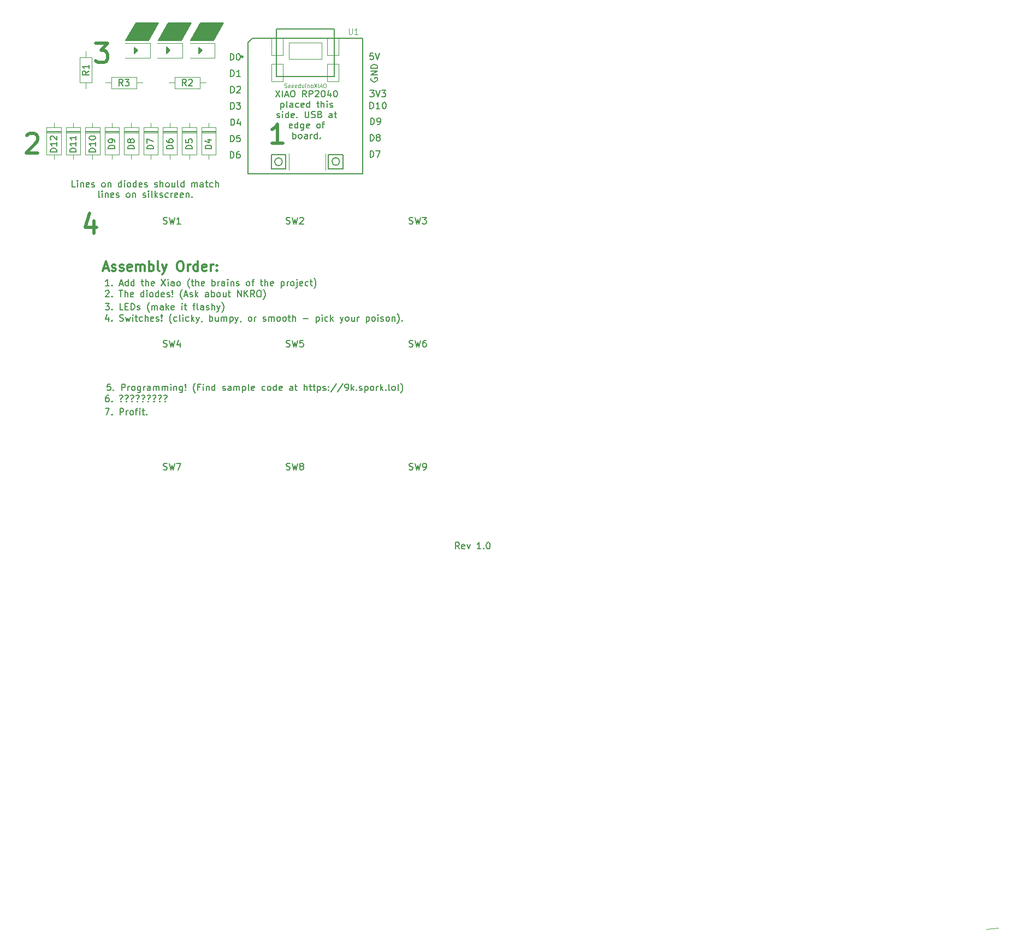
<source format=gbr>
%TF.GenerationSoftware,KiCad,Pcbnew,(6.0.4)*%
%TF.CreationDate,2022-06-27T22:40:44-04:00*%
%TF.ProjectId,xiao-rp2040-keypad,7869616f-2d72-4703-9230-34302d6b6579,rev?*%
%TF.SameCoordinates,Original*%
%TF.FileFunction,Legend,Top*%
%TF.FilePolarity,Positive*%
%FSLAX46Y46*%
G04 Gerber Fmt 4.6, Leading zero omitted, Abs format (unit mm)*
G04 Created by KiCad (PCBNEW (6.0.4)) date 2022-06-27 22:40:44*
%MOMM*%
%LPD*%
G01*
G04 APERTURE LIST*
%ADD10C,0.035277*%
%ADD11C,0.150000*%
%ADD12C,0.500000*%
%ADD13C,0.300000*%
%ADD14C,0.153000*%
%ADD15C,0.101600*%
%ADD16C,0.076200*%
%ADD17C,0.120000*%
%ADD18C,0.127000*%
%ADD19C,0.066040*%
%ADD20C,0.254000*%
G04 APERTURE END LIST*
D10*
X232346222Y-188667415D02*
X233282283Y-188574162D01*
D11*
G36*
X107557369Y-51000000D02*
G01*
X104000403Y-51000000D01*
X105557369Y-48250000D01*
X109057369Y-48250000D01*
X107557369Y-51000000D01*
G37*
X107557369Y-51000000D02*
X104000403Y-51000000D01*
X105557369Y-48250000D01*
X109057369Y-48250000D01*
X107557369Y-51000000D01*
G36*
X112524795Y-51014642D02*
G01*
X108967829Y-51014642D01*
X110524795Y-48264642D01*
X114024795Y-48264642D01*
X112524795Y-51014642D01*
G37*
X112524795Y-51014642D02*
X108967829Y-51014642D01*
X110524795Y-48264642D01*
X114024795Y-48264642D01*
X112524795Y-51014642D01*
G36*
X105750000Y-52500000D02*
G01*
X105250000Y-53000000D01*
X105250000Y-52000000D01*
X105750000Y-52500000D01*
G37*
X105750000Y-52500000D02*
X105250000Y-53000000D01*
X105250000Y-52000000D01*
X105750000Y-52500000D01*
G36*
X102500000Y-51000000D02*
G01*
X98943034Y-51000000D01*
X100500000Y-48250000D01*
X104000000Y-48250000D01*
X102500000Y-51000000D01*
G37*
X102500000Y-51000000D02*
X98943034Y-51000000D01*
X100500000Y-48250000D01*
X104000000Y-48250000D01*
X102500000Y-51000000D01*
G36*
X100750000Y-52535534D02*
G01*
X100250000Y-53035534D01*
X100250000Y-52035534D01*
X100750000Y-52535534D01*
G37*
X100750000Y-52535534D02*
X100250000Y-53035534D01*
X100250000Y-52035534D01*
X100750000Y-52535534D01*
X123216547Y-69773031D02*
G75*
G03*
X123216547Y-69773031I-602080J0D01*
G01*
X132614467Y-68660532D02*
X132614467Y-70835530D01*
X130364466Y-70835531D01*
X130364466Y-68660530D01*
X132614467Y-68660532D01*
D10*
X232346222Y-188667415D02*
X232346222Y-188667415D01*
D11*
G36*
X110750000Y-52535534D02*
G01*
X110250000Y-53035534D01*
X110250000Y-52035534D01*
X110750000Y-52535534D01*
G37*
X110750000Y-52535534D02*
X110250000Y-53035534D01*
X110250000Y-52035534D01*
X110750000Y-52535534D01*
X123739465Y-68710533D02*
X123739469Y-70885532D01*
X121489467Y-70885534D01*
X121489467Y-68710532D01*
X123739465Y-68710533D01*
D10*
X233282283Y-188574162D02*
X234213956Y-188466163D01*
D11*
X132091544Y-69723034D02*
G75*
G03*
X132091544Y-69723034I-602078J0D01*
G01*
X115176370Y-56550413D02*
X115176370Y-55550413D01*
X115414466Y-55550413D01*
X115557323Y-55598033D01*
X115652561Y-55693271D01*
X115700180Y-55788509D01*
X115747799Y-55978985D01*
X115747799Y-56121842D01*
X115700180Y-56312318D01*
X115652561Y-56407556D01*
X115557323Y-56502794D01*
X115414466Y-56550413D01*
X115176370Y-56550413D01*
X116700180Y-56550413D02*
X116128751Y-56550413D01*
X116414466Y-56550413D02*
X116414466Y-55550413D01*
X116319227Y-55693271D01*
X116223989Y-55788509D01*
X116128751Y-55836128D01*
X136801369Y-69071247D02*
X136801369Y-68071247D01*
X137039465Y-68071247D01*
X137182322Y-68118867D01*
X137277560Y-68214105D01*
X137325179Y-68309343D01*
X137372798Y-68499819D01*
X137372798Y-68642676D01*
X137325179Y-68833152D01*
X137277560Y-68928390D01*
X137182322Y-69023628D01*
X137039465Y-69071247D01*
X136801369Y-69071247D01*
X137706131Y-68071247D02*
X138372798Y-68071247D01*
X137944226Y-69071247D01*
D12*
X94250000Y-51392676D02*
X96107142Y-51392676D01*
X95107142Y-52535534D01*
X95535714Y-52535534D01*
X95821428Y-52678391D01*
X95964285Y-52821248D01*
X96107142Y-53106962D01*
X96107142Y-53821248D01*
X95964285Y-54106962D01*
X95821428Y-54249819D01*
X95535714Y-54392676D01*
X94678571Y-54392676D01*
X94392857Y-54249819D01*
X94250000Y-54106962D01*
X94035894Y-78892676D02*
X94035894Y-80892676D01*
X93321608Y-77749819D02*
X92607323Y-79892676D01*
X94464466Y-79892676D01*
D13*
X95480714Y-86250000D02*
X96195000Y-86250000D01*
X95337857Y-86678571D02*
X95837857Y-85178571D01*
X96337857Y-86678571D01*
X96766428Y-86607142D02*
X96909285Y-86678571D01*
X97195000Y-86678571D01*
X97337857Y-86607142D01*
X97409285Y-86464285D01*
X97409285Y-86392857D01*
X97337857Y-86250000D01*
X97195000Y-86178571D01*
X96980714Y-86178571D01*
X96837857Y-86107142D01*
X96766428Y-85964285D01*
X96766428Y-85892857D01*
X96837857Y-85750000D01*
X96980714Y-85678571D01*
X97195000Y-85678571D01*
X97337857Y-85750000D01*
X97980714Y-86607142D02*
X98123571Y-86678571D01*
X98409285Y-86678571D01*
X98552142Y-86607142D01*
X98623571Y-86464285D01*
X98623571Y-86392857D01*
X98552142Y-86250000D01*
X98409285Y-86178571D01*
X98195000Y-86178571D01*
X98052142Y-86107142D01*
X97980714Y-85964285D01*
X97980714Y-85892857D01*
X98052142Y-85750000D01*
X98195000Y-85678571D01*
X98409285Y-85678571D01*
X98552142Y-85750000D01*
X99837857Y-86607142D02*
X99695000Y-86678571D01*
X99409285Y-86678571D01*
X99266428Y-86607142D01*
X99195000Y-86464285D01*
X99195000Y-85892857D01*
X99266428Y-85750000D01*
X99409285Y-85678571D01*
X99695000Y-85678571D01*
X99837857Y-85750000D01*
X99909285Y-85892857D01*
X99909285Y-86035714D01*
X99195000Y-86178571D01*
X100552142Y-86678571D02*
X100552142Y-85678571D01*
X100552142Y-85821428D02*
X100623571Y-85750000D01*
X100766428Y-85678571D01*
X100980714Y-85678571D01*
X101123571Y-85750000D01*
X101195000Y-85892857D01*
X101195000Y-86678571D01*
X101195000Y-85892857D02*
X101266428Y-85750000D01*
X101409285Y-85678571D01*
X101623571Y-85678571D01*
X101766428Y-85750000D01*
X101837857Y-85892857D01*
X101837857Y-86678571D01*
X102552142Y-86678571D02*
X102552142Y-85178571D01*
X102552142Y-85750000D02*
X102695000Y-85678571D01*
X102980714Y-85678571D01*
X103123571Y-85750000D01*
X103195000Y-85821428D01*
X103266428Y-85964285D01*
X103266428Y-86392857D01*
X103195000Y-86535714D01*
X103123571Y-86607142D01*
X102980714Y-86678571D01*
X102695000Y-86678571D01*
X102552142Y-86607142D01*
X104123571Y-86678571D02*
X103980714Y-86607142D01*
X103909285Y-86464285D01*
X103909285Y-85178571D01*
X104552142Y-85678571D02*
X104909285Y-86678571D01*
X105266428Y-85678571D02*
X104909285Y-86678571D01*
X104766428Y-87035714D01*
X104695000Y-87107142D01*
X104552142Y-87178571D01*
X107266428Y-85178571D02*
X107552142Y-85178571D01*
X107695000Y-85250000D01*
X107837857Y-85392857D01*
X107909285Y-85678571D01*
X107909285Y-86178571D01*
X107837857Y-86464285D01*
X107695000Y-86607142D01*
X107552142Y-86678571D01*
X107266428Y-86678571D01*
X107123571Y-86607142D01*
X106980714Y-86464285D01*
X106909285Y-86178571D01*
X106909285Y-85678571D01*
X106980714Y-85392857D01*
X107123571Y-85250000D01*
X107266428Y-85178571D01*
X108552142Y-86678571D02*
X108552142Y-85678571D01*
X108552142Y-85964285D02*
X108623571Y-85821428D01*
X108695000Y-85750000D01*
X108837857Y-85678571D01*
X108980714Y-85678571D01*
X110123571Y-86678571D02*
X110123571Y-85178571D01*
X110123571Y-86607142D02*
X109980714Y-86678571D01*
X109695000Y-86678571D01*
X109552142Y-86607142D01*
X109480714Y-86535714D01*
X109409285Y-86392857D01*
X109409285Y-85964285D01*
X109480714Y-85821428D01*
X109552142Y-85750000D01*
X109695000Y-85678571D01*
X109980714Y-85678571D01*
X110123571Y-85750000D01*
X111409285Y-86607142D02*
X111266428Y-86678571D01*
X110980714Y-86678571D01*
X110837857Y-86607142D01*
X110766428Y-86464285D01*
X110766428Y-85892857D01*
X110837857Y-85750000D01*
X110980714Y-85678571D01*
X111266428Y-85678571D01*
X111409285Y-85750000D01*
X111480714Y-85892857D01*
X111480714Y-86035714D01*
X110766428Y-86178571D01*
X112123571Y-86678571D02*
X112123571Y-85678571D01*
X112123571Y-85964285D02*
X112195000Y-85821428D01*
X112266428Y-85750000D01*
X112409285Y-85678571D01*
X112552142Y-85678571D01*
X113052142Y-86535714D02*
X113123571Y-86607142D01*
X113052142Y-86678571D01*
X112980714Y-86607142D01*
X113052142Y-86535714D01*
X113052142Y-86678571D01*
X113052142Y-85750000D02*
X113123571Y-85821428D01*
X113052142Y-85892857D01*
X112980714Y-85821428D01*
X113052142Y-85750000D01*
X113052142Y-85892857D01*
D11*
X137298988Y-52937912D02*
X136822798Y-52937912D01*
X136775179Y-53414103D01*
X136822798Y-53366484D01*
X136918036Y-53318865D01*
X137156131Y-53318865D01*
X137251369Y-53366484D01*
X137298988Y-53414103D01*
X137346607Y-53509341D01*
X137346607Y-53747436D01*
X137298988Y-53842674D01*
X137251369Y-53890293D01*
X137156131Y-53937912D01*
X136918036Y-53937912D01*
X136822798Y-53890293D01*
X136775179Y-53842674D01*
X137632322Y-52937912D02*
X137965655Y-53937912D01*
X138298988Y-52937912D01*
X136773991Y-58702380D02*
X137393039Y-58702380D01*
X137059706Y-59083333D01*
X137202563Y-59083333D01*
X137297801Y-59130952D01*
X137345420Y-59178571D01*
X137393039Y-59273809D01*
X137393039Y-59511904D01*
X137345420Y-59607142D01*
X137297801Y-59654761D01*
X137202563Y-59702380D01*
X136916848Y-59702380D01*
X136821610Y-59654761D01*
X136773991Y-59607142D01*
X137678753Y-58702380D02*
X138012087Y-59702380D01*
X138345420Y-58702380D01*
X138583515Y-58702380D02*
X139202563Y-58702380D01*
X138869229Y-59083333D01*
X139012087Y-59083333D01*
X139107325Y-59130952D01*
X139154944Y-59178571D01*
X139202563Y-59273809D01*
X139202563Y-59511904D01*
X139154944Y-59607142D01*
X139107325Y-59654761D01*
X139012087Y-59702380D01*
X138726372Y-59702380D01*
X138631134Y-59654761D01*
X138583515Y-59607142D01*
X136901371Y-64012912D02*
X136901371Y-63012912D01*
X137139467Y-63012912D01*
X137282324Y-63060532D01*
X137377562Y-63155770D01*
X137425181Y-63251008D01*
X137472800Y-63441484D01*
X137472800Y-63584341D01*
X137425181Y-63774817D01*
X137377562Y-63870055D01*
X137282324Y-63965293D01*
X137139467Y-64012912D01*
X136901371Y-64012912D01*
X137948990Y-64012912D02*
X138139467Y-64012912D01*
X138234705Y-63965293D01*
X138282324Y-63917674D01*
X138377562Y-63774817D01*
X138425181Y-63584341D01*
X138425181Y-63203389D01*
X138377562Y-63108151D01*
X138329943Y-63060532D01*
X138234705Y-63012912D01*
X138044228Y-63012912D01*
X137948990Y-63060532D01*
X137901371Y-63108151D01*
X137853752Y-63203389D01*
X137853752Y-63441484D01*
X137901371Y-63536722D01*
X137948990Y-63584341D01*
X138044228Y-63631960D01*
X138234705Y-63631960D01*
X138329943Y-63584341D01*
X138377562Y-63536722D01*
X138425181Y-63441484D01*
D12*
X83607323Y-65678391D02*
X83750180Y-65535534D01*
X84035894Y-65392676D01*
X84750180Y-65392676D01*
X85035894Y-65535534D01*
X85178751Y-65678391D01*
X85321608Y-65964105D01*
X85321608Y-66249819D01*
X85178751Y-66678391D01*
X83464466Y-68392676D01*
X85321608Y-68392676D01*
D14*
X122154942Y-58732380D02*
X122821608Y-59732380D01*
X122821608Y-58732380D02*
X122154942Y-59732380D01*
X123202561Y-59732380D02*
X123202561Y-58732380D01*
X123631132Y-59446666D02*
X124107323Y-59446666D01*
X123535894Y-59732380D02*
X123869227Y-58732380D01*
X124202561Y-59732380D01*
X124726370Y-58732380D02*
X124916846Y-58732380D01*
X125012085Y-58780000D01*
X125107323Y-58875238D01*
X125154942Y-59065714D01*
X125154942Y-59399047D01*
X125107323Y-59589523D01*
X125012085Y-59684761D01*
X124916846Y-59732380D01*
X124726370Y-59732380D01*
X124631132Y-59684761D01*
X124535894Y-59589523D01*
X124488275Y-59399047D01*
X124488275Y-59065714D01*
X124535894Y-58875238D01*
X124631132Y-58780000D01*
X124726370Y-58732380D01*
X126916846Y-59732380D02*
X126583513Y-59256190D01*
X126345418Y-59732380D02*
X126345418Y-58732380D01*
X126726370Y-58732380D01*
X126821608Y-58780000D01*
X126869227Y-58827619D01*
X126916846Y-58922857D01*
X126916846Y-59065714D01*
X126869227Y-59160952D01*
X126821608Y-59208571D01*
X126726370Y-59256190D01*
X126345418Y-59256190D01*
X127345418Y-59732380D02*
X127345418Y-58732380D01*
X127726370Y-58732380D01*
X127821608Y-58780000D01*
X127869227Y-58827619D01*
X127916846Y-58922857D01*
X127916846Y-59065714D01*
X127869227Y-59160952D01*
X127821608Y-59208571D01*
X127726370Y-59256190D01*
X127345418Y-59256190D01*
X128297799Y-58827619D02*
X128345418Y-58780000D01*
X128440656Y-58732380D01*
X128678751Y-58732380D01*
X128773989Y-58780000D01*
X128821608Y-58827619D01*
X128869227Y-58922857D01*
X128869227Y-59018095D01*
X128821608Y-59160952D01*
X128250180Y-59732380D01*
X128869227Y-59732380D01*
X129488275Y-58732380D02*
X129583513Y-58732380D01*
X129678751Y-58780000D01*
X129726370Y-58827619D01*
X129773989Y-58922857D01*
X129821608Y-59113333D01*
X129821608Y-59351428D01*
X129773989Y-59541904D01*
X129726370Y-59637142D01*
X129678751Y-59684761D01*
X129583513Y-59732380D01*
X129488275Y-59732380D01*
X129393037Y-59684761D01*
X129345418Y-59637142D01*
X129297799Y-59541904D01*
X129250180Y-59351428D01*
X129250180Y-59113333D01*
X129297799Y-58922857D01*
X129345418Y-58827619D01*
X129393037Y-58780000D01*
X129488275Y-58732380D01*
X130678751Y-59065714D02*
X130678751Y-59732380D01*
X130440656Y-58684761D02*
X130202561Y-59399047D01*
X130821608Y-59399047D01*
X131393037Y-58732380D02*
X131488275Y-58732380D01*
X131583513Y-58780000D01*
X131631132Y-58827619D01*
X131678751Y-58922857D01*
X131726370Y-59113333D01*
X131726370Y-59351428D01*
X131678751Y-59541904D01*
X131631132Y-59637142D01*
X131583513Y-59684761D01*
X131488275Y-59732380D01*
X131393037Y-59732380D01*
X131297799Y-59684761D01*
X131250180Y-59637142D01*
X131202561Y-59541904D01*
X131154942Y-59351428D01*
X131154942Y-59113333D01*
X131202561Y-58922857D01*
X131250180Y-58827619D01*
X131297799Y-58780000D01*
X131393037Y-58732380D01*
X122964466Y-60675714D02*
X122964466Y-61675714D01*
X122964466Y-60723333D02*
X123059704Y-60675714D01*
X123250180Y-60675714D01*
X123345418Y-60723333D01*
X123393037Y-60770952D01*
X123440656Y-60866190D01*
X123440656Y-61151904D01*
X123393037Y-61247142D01*
X123345418Y-61294761D01*
X123250180Y-61342380D01*
X123059704Y-61342380D01*
X122964466Y-61294761D01*
X124012085Y-61342380D02*
X123916846Y-61294761D01*
X123869227Y-61199523D01*
X123869227Y-60342380D01*
X124821608Y-61342380D02*
X124821608Y-60818571D01*
X124773989Y-60723333D01*
X124678751Y-60675714D01*
X124488275Y-60675714D01*
X124393037Y-60723333D01*
X124821608Y-61294761D02*
X124726370Y-61342380D01*
X124488275Y-61342380D01*
X124393037Y-61294761D01*
X124345418Y-61199523D01*
X124345418Y-61104285D01*
X124393037Y-61009047D01*
X124488275Y-60961428D01*
X124726370Y-60961428D01*
X124821608Y-60913809D01*
X125726370Y-61294761D02*
X125631132Y-61342380D01*
X125440656Y-61342380D01*
X125345418Y-61294761D01*
X125297799Y-61247142D01*
X125250180Y-61151904D01*
X125250180Y-60866190D01*
X125297799Y-60770952D01*
X125345418Y-60723333D01*
X125440656Y-60675714D01*
X125631132Y-60675714D01*
X125726370Y-60723333D01*
X126535894Y-61294761D02*
X126440656Y-61342380D01*
X126250180Y-61342380D01*
X126154942Y-61294761D01*
X126107323Y-61199523D01*
X126107323Y-60818571D01*
X126154942Y-60723333D01*
X126250180Y-60675714D01*
X126440656Y-60675714D01*
X126535894Y-60723333D01*
X126583513Y-60818571D01*
X126583513Y-60913809D01*
X126107323Y-61009047D01*
X127440656Y-61342380D02*
X127440656Y-60342380D01*
X127440656Y-61294761D02*
X127345418Y-61342380D01*
X127154942Y-61342380D01*
X127059704Y-61294761D01*
X127012085Y-61247142D01*
X126964466Y-61151904D01*
X126964466Y-60866190D01*
X127012085Y-60770952D01*
X127059704Y-60723333D01*
X127154942Y-60675714D01*
X127345418Y-60675714D01*
X127440656Y-60723333D01*
X128535894Y-60675714D02*
X128916846Y-60675714D01*
X128678751Y-60342380D02*
X128678751Y-61199523D01*
X128726370Y-61294761D01*
X128821608Y-61342380D01*
X128916846Y-61342380D01*
X129250180Y-61342380D02*
X129250180Y-60342380D01*
X129678751Y-61342380D02*
X129678751Y-60818571D01*
X129631132Y-60723333D01*
X129535894Y-60675714D01*
X129393037Y-60675714D01*
X129297799Y-60723333D01*
X129250180Y-60770952D01*
X130154942Y-61342380D02*
X130154942Y-60675714D01*
X130154942Y-60342380D02*
X130107323Y-60390000D01*
X130154942Y-60437619D01*
X130202561Y-60390000D01*
X130154942Y-60342380D01*
X130154942Y-60437619D01*
X130583513Y-61294761D02*
X130678751Y-61342380D01*
X130869227Y-61342380D01*
X130964466Y-61294761D01*
X131012085Y-61199523D01*
X131012085Y-61151904D01*
X130964466Y-61056666D01*
X130869227Y-61009047D01*
X130726370Y-61009047D01*
X130631132Y-60961428D01*
X130583513Y-60866190D01*
X130583513Y-60818571D01*
X130631132Y-60723333D01*
X130726370Y-60675714D01*
X130869227Y-60675714D01*
X130964466Y-60723333D01*
X122393037Y-62904761D02*
X122488275Y-62952380D01*
X122678751Y-62952380D01*
X122773989Y-62904761D01*
X122821608Y-62809523D01*
X122821608Y-62761904D01*
X122773989Y-62666666D01*
X122678751Y-62619047D01*
X122535894Y-62619047D01*
X122440656Y-62571428D01*
X122393037Y-62476190D01*
X122393037Y-62428571D01*
X122440656Y-62333333D01*
X122535894Y-62285714D01*
X122678751Y-62285714D01*
X122773989Y-62333333D01*
X123250180Y-62952380D02*
X123250180Y-62285714D01*
X123250180Y-61952380D02*
X123202561Y-62000000D01*
X123250180Y-62047619D01*
X123297799Y-62000000D01*
X123250180Y-61952380D01*
X123250180Y-62047619D01*
X124154942Y-62952380D02*
X124154942Y-61952380D01*
X124154942Y-62904761D02*
X124059704Y-62952380D01*
X123869227Y-62952380D01*
X123773989Y-62904761D01*
X123726370Y-62857142D01*
X123678751Y-62761904D01*
X123678751Y-62476190D01*
X123726370Y-62380952D01*
X123773989Y-62333333D01*
X123869227Y-62285714D01*
X124059704Y-62285714D01*
X124154942Y-62333333D01*
X125012085Y-62904761D02*
X124916846Y-62952380D01*
X124726370Y-62952380D01*
X124631132Y-62904761D01*
X124583513Y-62809523D01*
X124583513Y-62428571D01*
X124631132Y-62333333D01*
X124726370Y-62285714D01*
X124916846Y-62285714D01*
X125012085Y-62333333D01*
X125059704Y-62428571D01*
X125059704Y-62523809D01*
X124583513Y-62619047D01*
X125488275Y-62857142D02*
X125535894Y-62904761D01*
X125488275Y-62952380D01*
X125440656Y-62904761D01*
X125488275Y-62857142D01*
X125488275Y-62952380D01*
X126726370Y-61952380D02*
X126726370Y-62761904D01*
X126773989Y-62857142D01*
X126821608Y-62904761D01*
X126916846Y-62952380D01*
X127107323Y-62952380D01*
X127202561Y-62904761D01*
X127250180Y-62857142D01*
X127297799Y-62761904D01*
X127297799Y-61952380D01*
X127726370Y-62904761D02*
X127869227Y-62952380D01*
X128107323Y-62952380D01*
X128202561Y-62904761D01*
X128250180Y-62857142D01*
X128297799Y-62761904D01*
X128297799Y-62666666D01*
X128250180Y-62571428D01*
X128202561Y-62523809D01*
X128107323Y-62476190D01*
X127916846Y-62428571D01*
X127821608Y-62380952D01*
X127773989Y-62333333D01*
X127726370Y-62238095D01*
X127726370Y-62142857D01*
X127773989Y-62047619D01*
X127821608Y-62000000D01*
X127916846Y-61952380D01*
X128154942Y-61952380D01*
X128297799Y-62000000D01*
X129059704Y-62428571D02*
X129202561Y-62476190D01*
X129250180Y-62523809D01*
X129297799Y-62619047D01*
X129297799Y-62761904D01*
X129250180Y-62857142D01*
X129202561Y-62904761D01*
X129107323Y-62952380D01*
X128726370Y-62952380D01*
X128726370Y-61952380D01*
X129059704Y-61952380D01*
X129154942Y-62000000D01*
X129202561Y-62047619D01*
X129250180Y-62142857D01*
X129250180Y-62238095D01*
X129202561Y-62333333D01*
X129154942Y-62380952D01*
X129059704Y-62428571D01*
X128726370Y-62428571D01*
X130916846Y-62952380D02*
X130916846Y-62428571D01*
X130869227Y-62333333D01*
X130773989Y-62285714D01*
X130583513Y-62285714D01*
X130488275Y-62333333D01*
X130916846Y-62904761D02*
X130821608Y-62952380D01*
X130583513Y-62952380D01*
X130488275Y-62904761D01*
X130440656Y-62809523D01*
X130440656Y-62714285D01*
X130488275Y-62619047D01*
X130583513Y-62571428D01*
X130821608Y-62571428D01*
X130916846Y-62523809D01*
X131250180Y-62285714D02*
X131631132Y-62285714D01*
X131393037Y-61952380D02*
X131393037Y-62809523D01*
X131440656Y-62904761D01*
X131535894Y-62952380D01*
X131631132Y-62952380D01*
X124702561Y-64514761D02*
X124607323Y-64562380D01*
X124416846Y-64562380D01*
X124321608Y-64514761D01*
X124273989Y-64419523D01*
X124273989Y-64038571D01*
X124321608Y-63943333D01*
X124416846Y-63895714D01*
X124607323Y-63895714D01*
X124702561Y-63943333D01*
X124750180Y-64038571D01*
X124750180Y-64133809D01*
X124273989Y-64229047D01*
X125607323Y-64562380D02*
X125607323Y-63562380D01*
X125607323Y-64514761D02*
X125512085Y-64562380D01*
X125321608Y-64562380D01*
X125226370Y-64514761D01*
X125178751Y-64467142D01*
X125131132Y-64371904D01*
X125131132Y-64086190D01*
X125178751Y-63990952D01*
X125226370Y-63943333D01*
X125321608Y-63895714D01*
X125512085Y-63895714D01*
X125607323Y-63943333D01*
X126512085Y-63895714D02*
X126512085Y-64705238D01*
X126464466Y-64800476D01*
X126416846Y-64848095D01*
X126321608Y-64895714D01*
X126178751Y-64895714D01*
X126083513Y-64848095D01*
X126512085Y-64514761D02*
X126416846Y-64562380D01*
X126226370Y-64562380D01*
X126131132Y-64514761D01*
X126083513Y-64467142D01*
X126035894Y-64371904D01*
X126035894Y-64086190D01*
X126083513Y-63990952D01*
X126131132Y-63943333D01*
X126226370Y-63895714D01*
X126416846Y-63895714D01*
X126512085Y-63943333D01*
X127369227Y-64514761D02*
X127273989Y-64562380D01*
X127083513Y-64562380D01*
X126988275Y-64514761D01*
X126940656Y-64419523D01*
X126940656Y-64038571D01*
X126988275Y-63943333D01*
X127083513Y-63895714D01*
X127273989Y-63895714D01*
X127369227Y-63943333D01*
X127416846Y-64038571D01*
X127416846Y-64133809D01*
X126940656Y-64229047D01*
X128750180Y-64562380D02*
X128654942Y-64514761D01*
X128607323Y-64467142D01*
X128559704Y-64371904D01*
X128559704Y-64086190D01*
X128607323Y-63990952D01*
X128654942Y-63943333D01*
X128750180Y-63895714D01*
X128893037Y-63895714D01*
X128988275Y-63943333D01*
X129035894Y-63990952D01*
X129083513Y-64086190D01*
X129083513Y-64371904D01*
X129035894Y-64467142D01*
X128988275Y-64514761D01*
X128893037Y-64562380D01*
X128750180Y-64562380D01*
X129369227Y-63895714D02*
X129750180Y-63895714D01*
X129512085Y-64562380D02*
X129512085Y-63705238D01*
X129559704Y-63610000D01*
X129654942Y-63562380D01*
X129750180Y-63562380D01*
X124845418Y-66172380D02*
X124845418Y-65172380D01*
X124845418Y-65553333D02*
X124940656Y-65505714D01*
X125131132Y-65505714D01*
X125226370Y-65553333D01*
X125273989Y-65600952D01*
X125321608Y-65696190D01*
X125321608Y-65981904D01*
X125273989Y-66077142D01*
X125226370Y-66124761D01*
X125131132Y-66172380D01*
X124940656Y-66172380D01*
X124845418Y-66124761D01*
X125893037Y-66172380D02*
X125797799Y-66124761D01*
X125750180Y-66077142D01*
X125702561Y-65981904D01*
X125702561Y-65696190D01*
X125750180Y-65600952D01*
X125797799Y-65553333D01*
X125893037Y-65505714D01*
X126035894Y-65505714D01*
X126131132Y-65553333D01*
X126178751Y-65600952D01*
X126226370Y-65696190D01*
X126226370Y-65981904D01*
X126178751Y-66077142D01*
X126131132Y-66124761D01*
X126035894Y-66172380D01*
X125893037Y-66172380D01*
X127083513Y-66172380D02*
X127083513Y-65648571D01*
X127035894Y-65553333D01*
X126940656Y-65505714D01*
X126750180Y-65505714D01*
X126654942Y-65553333D01*
X127083513Y-66124761D02*
X126988275Y-66172380D01*
X126750180Y-66172380D01*
X126654942Y-66124761D01*
X126607323Y-66029523D01*
X126607323Y-65934285D01*
X126654942Y-65839047D01*
X126750180Y-65791428D01*
X126988275Y-65791428D01*
X127083513Y-65743809D01*
X127559704Y-66172380D02*
X127559704Y-65505714D01*
X127559704Y-65696190D02*
X127607323Y-65600952D01*
X127654942Y-65553333D01*
X127750180Y-65505714D01*
X127845418Y-65505714D01*
X128607323Y-66172380D02*
X128607323Y-65172380D01*
X128607323Y-66124761D02*
X128512085Y-66172380D01*
X128321608Y-66172380D01*
X128226370Y-66124761D01*
X128178751Y-66077142D01*
X128131132Y-65981904D01*
X128131132Y-65696190D01*
X128178751Y-65600952D01*
X128226370Y-65553333D01*
X128321608Y-65505714D01*
X128512085Y-65505714D01*
X128607323Y-65553333D01*
X129083513Y-66077142D02*
X129131132Y-66124761D01*
X129083513Y-66172380D01*
X129035894Y-66124761D01*
X129083513Y-66077142D01*
X129083513Y-66172380D01*
X95742307Y-107987914D02*
X96408973Y-107987914D01*
X95980402Y-108987914D01*
X96789926Y-108892676D02*
X96837545Y-108940295D01*
X96789926Y-108987914D01*
X96742307Y-108940295D01*
X96789926Y-108892676D01*
X96789926Y-108987914D01*
X98028021Y-108987914D02*
X98028021Y-107987914D01*
X98408973Y-107987914D01*
X98504211Y-108035534D01*
X98551830Y-108083153D01*
X98599450Y-108178391D01*
X98599450Y-108321248D01*
X98551830Y-108416486D01*
X98504211Y-108464105D01*
X98408973Y-108511724D01*
X98028021Y-108511724D01*
X99028021Y-108987914D02*
X99028021Y-108321248D01*
X99028021Y-108511724D02*
X99075640Y-108416486D01*
X99123259Y-108368867D01*
X99218497Y-108321248D01*
X99313735Y-108321248D01*
X99789926Y-108987914D02*
X99694688Y-108940295D01*
X99647069Y-108892676D01*
X99599450Y-108797438D01*
X99599450Y-108511724D01*
X99647069Y-108416486D01*
X99694688Y-108368867D01*
X99789926Y-108321248D01*
X99932783Y-108321248D01*
X100028021Y-108368867D01*
X100075640Y-108416486D01*
X100123259Y-108511724D01*
X100123259Y-108797438D01*
X100075640Y-108892676D01*
X100028021Y-108940295D01*
X99932783Y-108987914D01*
X99789926Y-108987914D01*
X100408973Y-108321248D02*
X100789926Y-108321248D01*
X100551830Y-108987914D02*
X100551830Y-108130772D01*
X100599450Y-108035534D01*
X100694688Y-107987914D01*
X100789926Y-107987914D01*
X101123259Y-108987914D02*
X101123259Y-108321248D01*
X101123259Y-107987914D02*
X101075640Y-108035534D01*
X101123259Y-108083153D01*
X101170878Y-108035534D01*
X101123259Y-107987914D01*
X101123259Y-108083153D01*
X101456592Y-108321248D02*
X101837545Y-108321248D01*
X101599450Y-107987914D02*
X101599450Y-108845057D01*
X101647069Y-108940295D01*
X101742307Y-108987914D01*
X101837545Y-108987914D01*
X102170878Y-108892676D02*
X102218497Y-108940295D01*
X102170878Y-108987914D01*
X102123259Y-108940295D01*
X102170878Y-108892676D01*
X102170878Y-108987914D01*
X96361354Y-88987914D02*
X95789926Y-88987914D01*
X96075640Y-88987914D02*
X96075640Y-87987914D01*
X95980402Y-88130772D01*
X95885164Y-88226010D01*
X95789926Y-88273629D01*
X96789926Y-88892676D02*
X96837545Y-88940295D01*
X96789926Y-88987914D01*
X96742307Y-88940295D01*
X96789926Y-88892676D01*
X96789926Y-88987914D01*
X97980402Y-88702200D02*
X98456592Y-88702200D01*
X97885164Y-88987914D02*
X98218497Y-87987914D01*
X98551830Y-88987914D01*
X99313735Y-88987914D02*
X99313735Y-87987914D01*
X99313735Y-88940295D02*
X99218497Y-88987914D01*
X99028021Y-88987914D01*
X98932783Y-88940295D01*
X98885164Y-88892676D01*
X98837545Y-88797438D01*
X98837545Y-88511724D01*
X98885164Y-88416486D01*
X98932783Y-88368867D01*
X99028021Y-88321248D01*
X99218497Y-88321248D01*
X99313735Y-88368867D01*
X100218497Y-88987914D02*
X100218497Y-87987914D01*
X100218497Y-88940295D02*
X100123259Y-88987914D01*
X99932783Y-88987914D01*
X99837545Y-88940295D01*
X99789926Y-88892676D01*
X99742307Y-88797438D01*
X99742307Y-88511724D01*
X99789926Y-88416486D01*
X99837545Y-88368867D01*
X99932783Y-88321248D01*
X100123259Y-88321248D01*
X100218497Y-88368867D01*
X101313735Y-88321248D02*
X101694688Y-88321248D01*
X101456592Y-87987914D02*
X101456592Y-88845057D01*
X101504211Y-88940295D01*
X101599450Y-88987914D01*
X101694688Y-88987914D01*
X102028021Y-88987914D02*
X102028021Y-87987914D01*
X102456592Y-88987914D02*
X102456592Y-88464105D01*
X102408973Y-88368867D01*
X102313735Y-88321248D01*
X102170878Y-88321248D01*
X102075640Y-88368867D01*
X102028021Y-88416486D01*
X103313735Y-88940295D02*
X103218497Y-88987914D01*
X103028021Y-88987914D01*
X102932783Y-88940295D01*
X102885164Y-88845057D01*
X102885164Y-88464105D01*
X102932783Y-88368867D01*
X103028021Y-88321248D01*
X103218497Y-88321248D01*
X103313735Y-88368867D01*
X103361354Y-88464105D01*
X103361354Y-88559343D01*
X102885164Y-88654581D01*
X104456592Y-87987914D02*
X105123259Y-88987914D01*
X105123259Y-87987914D02*
X104456592Y-88987914D01*
X105504211Y-88987914D02*
X105504211Y-88321248D01*
X105504211Y-87987914D02*
X105456592Y-88035534D01*
X105504211Y-88083153D01*
X105551830Y-88035534D01*
X105504211Y-87987914D01*
X105504211Y-88083153D01*
X106408973Y-88987914D02*
X106408973Y-88464105D01*
X106361354Y-88368867D01*
X106266116Y-88321248D01*
X106075640Y-88321248D01*
X105980402Y-88368867D01*
X106408973Y-88940295D02*
X106313735Y-88987914D01*
X106075640Y-88987914D01*
X105980402Y-88940295D01*
X105932783Y-88845057D01*
X105932783Y-88749819D01*
X105980402Y-88654581D01*
X106075640Y-88606962D01*
X106313735Y-88606962D01*
X106408973Y-88559343D01*
X107028021Y-88987914D02*
X106932783Y-88940295D01*
X106885164Y-88892676D01*
X106837545Y-88797438D01*
X106837545Y-88511724D01*
X106885164Y-88416486D01*
X106932783Y-88368867D01*
X107028021Y-88321248D01*
X107170878Y-88321248D01*
X107266116Y-88368867D01*
X107313735Y-88416486D01*
X107361354Y-88511724D01*
X107361354Y-88797438D01*
X107313735Y-88892676D01*
X107266116Y-88940295D01*
X107170878Y-88987914D01*
X107028021Y-88987914D01*
X108837545Y-89368867D02*
X108789926Y-89321248D01*
X108694688Y-89178391D01*
X108647069Y-89083153D01*
X108599450Y-88940295D01*
X108551830Y-88702200D01*
X108551830Y-88511724D01*
X108599450Y-88273629D01*
X108647069Y-88130772D01*
X108694688Y-88035534D01*
X108789926Y-87892676D01*
X108837545Y-87845057D01*
X109075640Y-88321248D02*
X109456592Y-88321248D01*
X109218497Y-87987914D02*
X109218497Y-88845057D01*
X109266116Y-88940295D01*
X109361354Y-88987914D01*
X109456592Y-88987914D01*
X109789926Y-88987914D02*
X109789926Y-87987914D01*
X110218497Y-88987914D02*
X110218497Y-88464105D01*
X110170878Y-88368867D01*
X110075640Y-88321248D01*
X109932783Y-88321248D01*
X109837545Y-88368867D01*
X109789926Y-88416486D01*
X111075640Y-88940295D02*
X110980402Y-88987914D01*
X110789926Y-88987914D01*
X110694688Y-88940295D01*
X110647069Y-88845057D01*
X110647069Y-88464105D01*
X110694688Y-88368867D01*
X110789926Y-88321248D01*
X110980402Y-88321248D01*
X111075640Y-88368867D01*
X111123259Y-88464105D01*
X111123259Y-88559343D01*
X110647069Y-88654581D01*
X112313735Y-88987914D02*
X112313735Y-87987914D01*
X112313735Y-88368867D02*
X112408973Y-88321248D01*
X112599450Y-88321248D01*
X112694688Y-88368867D01*
X112742307Y-88416486D01*
X112789926Y-88511724D01*
X112789926Y-88797438D01*
X112742307Y-88892676D01*
X112694688Y-88940295D01*
X112599450Y-88987914D01*
X112408973Y-88987914D01*
X112313735Y-88940295D01*
X113218497Y-88987914D02*
X113218497Y-88321248D01*
X113218497Y-88511724D02*
X113266116Y-88416486D01*
X113313735Y-88368867D01*
X113408973Y-88321248D01*
X113504211Y-88321248D01*
X114266116Y-88987914D02*
X114266116Y-88464105D01*
X114218497Y-88368867D01*
X114123259Y-88321248D01*
X113932783Y-88321248D01*
X113837545Y-88368867D01*
X114266116Y-88940295D02*
X114170878Y-88987914D01*
X113932783Y-88987914D01*
X113837545Y-88940295D01*
X113789926Y-88845057D01*
X113789926Y-88749819D01*
X113837545Y-88654581D01*
X113932783Y-88606962D01*
X114170878Y-88606962D01*
X114266116Y-88559343D01*
X114742307Y-88987914D02*
X114742307Y-88321248D01*
X114742307Y-87987914D02*
X114694688Y-88035534D01*
X114742307Y-88083153D01*
X114789926Y-88035534D01*
X114742307Y-87987914D01*
X114742307Y-88083153D01*
X115218497Y-88321248D02*
X115218497Y-88987914D01*
X115218497Y-88416486D02*
X115266116Y-88368867D01*
X115361354Y-88321248D01*
X115504211Y-88321248D01*
X115599450Y-88368867D01*
X115647069Y-88464105D01*
X115647069Y-88987914D01*
X116075640Y-88940295D02*
X116170878Y-88987914D01*
X116361354Y-88987914D01*
X116456592Y-88940295D01*
X116504211Y-88845057D01*
X116504211Y-88797438D01*
X116456592Y-88702200D01*
X116361354Y-88654581D01*
X116218497Y-88654581D01*
X116123259Y-88606962D01*
X116075640Y-88511724D01*
X116075640Y-88464105D01*
X116123259Y-88368867D01*
X116218497Y-88321248D01*
X116361354Y-88321248D01*
X116456592Y-88368867D01*
X117837545Y-88987914D02*
X117742307Y-88940295D01*
X117694688Y-88892676D01*
X117647069Y-88797438D01*
X117647069Y-88511724D01*
X117694688Y-88416486D01*
X117742307Y-88368867D01*
X117837545Y-88321248D01*
X117980402Y-88321248D01*
X118075640Y-88368867D01*
X118123259Y-88416486D01*
X118170878Y-88511724D01*
X118170878Y-88797438D01*
X118123259Y-88892676D01*
X118075640Y-88940295D01*
X117980402Y-88987914D01*
X117837545Y-88987914D01*
X118456592Y-88321248D02*
X118837545Y-88321248D01*
X118599450Y-88987914D02*
X118599450Y-88130772D01*
X118647069Y-88035534D01*
X118742307Y-87987914D01*
X118837545Y-87987914D01*
X119789926Y-88321248D02*
X120170878Y-88321248D01*
X119932783Y-87987914D02*
X119932783Y-88845057D01*
X119980402Y-88940295D01*
X120075640Y-88987914D01*
X120170878Y-88987914D01*
X120504211Y-88987914D02*
X120504211Y-87987914D01*
X120932783Y-88987914D02*
X120932783Y-88464105D01*
X120885164Y-88368867D01*
X120789926Y-88321248D01*
X120647069Y-88321248D01*
X120551830Y-88368867D01*
X120504211Y-88416486D01*
X121789926Y-88940295D02*
X121694688Y-88987914D01*
X121504211Y-88987914D01*
X121408973Y-88940295D01*
X121361354Y-88845057D01*
X121361354Y-88464105D01*
X121408973Y-88368867D01*
X121504211Y-88321248D01*
X121694688Y-88321248D01*
X121789926Y-88368867D01*
X121837545Y-88464105D01*
X121837545Y-88559343D01*
X121361354Y-88654581D01*
X123028021Y-88321248D02*
X123028021Y-89321248D01*
X123028021Y-88368867D02*
X123123259Y-88321248D01*
X123313735Y-88321248D01*
X123408973Y-88368867D01*
X123456592Y-88416486D01*
X123504211Y-88511724D01*
X123504211Y-88797438D01*
X123456592Y-88892676D01*
X123408973Y-88940295D01*
X123313735Y-88987914D01*
X123123259Y-88987914D01*
X123028021Y-88940295D01*
X123932783Y-88987914D02*
X123932783Y-88321248D01*
X123932783Y-88511724D02*
X123980402Y-88416486D01*
X124028021Y-88368867D01*
X124123259Y-88321248D01*
X124218497Y-88321248D01*
X124694688Y-88987914D02*
X124599449Y-88940295D01*
X124551830Y-88892676D01*
X124504211Y-88797438D01*
X124504211Y-88511724D01*
X124551830Y-88416486D01*
X124599449Y-88368867D01*
X124694688Y-88321248D01*
X124837545Y-88321248D01*
X124932783Y-88368867D01*
X124980402Y-88416486D01*
X125028021Y-88511724D01*
X125028021Y-88797438D01*
X124980402Y-88892676D01*
X124932783Y-88940295D01*
X124837545Y-88987914D01*
X124694688Y-88987914D01*
X125456592Y-88321248D02*
X125456592Y-89178391D01*
X125408973Y-89273629D01*
X125313735Y-89321248D01*
X125266116Y-89321248D01*
X125456592Y-87987914D02*
X125408973Y-88035534D01*
X125456592Y-88083153D01*
X125504211Y-88035534D01*
X125456592Y-87987914D01*
X125456592Y-88083153D01*
X126313735Y-88940295D02*
X126218497Y-88987914D01*
X126028021Y-88987914D01*
X125932783Y-88940295D01*
X125885164Y-88845057D01*
X125885164Y-88464105D01*
X125932783Y-88368867D01*
X126028021Y-88321248D01*
X126218497Y-88321248D01*
X126313735Y-88368867D01*
X126361354Y-88464105D01*
X126361354Y-88559343D01*
X125885164Y-88654581D01*
X127218497Y-88940295D02*
X127123259Y-88987914D01*
X126932783Y-88987914D01*
X126837545Y-88940295D01*
X126789926Y-88892676D01*
X126742307Y-88797438D01*
X126742307Y-88511724D01*
X126789926Y-88416486D01*
X126837545Y-88368867D01*
X126932783Y-88321248D01*
X127123259Y-88321248D01*
X127218497Y-88368867D01*
X127504211Y-88321248D02*
X127885164Y-88321248D01*
X127647069Y-87987914D02*
X127647069Y-88845057D01*
X127694688Y-88940295D01*
X127789926Y-88987914D01*
X127885164Y-88987914D01*
X128123259Y-89368867D02*
X128170878Y-89321248D01*
X128266116Y-89178391D01*
X128313735Y-89083153D01*
X128361354Y-88940295D01*
X128408973Y-88702200D01*
X128408973Y-88511724D01*
X128361354Y-88273629D01*
X128313735Y-88130772D01*
X128266116Y-88035534D01*
X128170878Y-87892676D01*
X128123259Y-87845057D01*
X96266116Y-93785714D02*
X96266116Y-94452380D01*
X96028021Y-93404761D02*
X95789926Y-94119047D01*
X96408973Y-94119047D01*
X96789926Y-94357142D02*
X96837545Y-94404761D01*
X96789926Y-94452380D01*
X96742307Y-94404761D01*
X96789926Y-94357142D01*
X96789926Y-94452380D01*
X97980402Y-94404761D02*
X98123259Y-94452380D01*
X98361354Y-94452380D01*
X98456592Y-94404761D01*
X98504211Y-94357142D01*
X98551830Y-94261904D01*
X98551830Y-94166666D01*
X98504211Y-94071428D01*
X98456592Y-94023809D01*
X98361354Y-93976190D01*
X98170878Y-93928571D01*
X98075640Y-93880952D01*
X98028021Y-93833333D01*
X97980402Y-93738095D01*
X97980402Y-93642857D01*
X98028021Y-93547619D01*
X98075640Y-93500000D01*
X98170878Y-93452380D01*
X98408973Y-93452380D01*
X98551830Y-93500000D01*
X98885164Y-93785714D02*
X99075640Y-94452380D01*
X99266116Y-93976190D01*
X99456592Y-94452380D01*
X99647069Y-93785714D01*
X100028021Y-94452380D02*
X100028021Y-93785714D01*
X100028021Y-93452380D02*
X99980402Y-93500000D01*
X100028021Y-93547619D01*
X100075640Y-93500000D01*
X100028021Y-93452380D01*
X100028021Y-93547619D01*
X100361354Y-93785714D02*
X100742307Y-93785714D01*
X100504211Y-93452380D02*
X100504211Y-94309523D01*
X100551830Y-94404761D01*
X100647069Y-94452380D01*
X100742307Y-94452380D01*
X101504211Y-94404761D02*
X101408973Y-94452380D01*
X101218497Y-94452380D01*
X101123259Y-94404761D01*
X101075640Y-94357142D01*
X101028021Y-94261904D01*
X101028021Y-93976190D01*
X101075640Y-93880952D01*
X101123259Y-93833333D01*
X101218497Y-93785714D01*
X101408973Y-93785714D01*
X101504211Y-93833333D01*
X101932783Y-94452380D02*
X101932783Y-93452380D01*
X102361354Y-94452380D02*
X102361354Y-93928571D01*
X102313735Y-93833333D01*
X102218497Y-93785714D01*
X102075640Y-93785714D01*
X101980402Y-93833333D01*
X101932783Y-93880952D01*
X103218497Y-94404761D02*
X103123259Y-94452380D01*
X102932783Y-94452380D01*
X102837545Y-94404761D01*
X102789926Y-94309523D01*
X102789926Y-93928571D01*
X102837545Y-93833333D01*
X102932783Y-93785714D01*
X103123259Y-93785714D01*
X103218497Y-93833333D01*
X103266116Y-93928571D01*
X103266116Y-94023809D01*
X102789926Y-94119047D01*
X103647069Y-94404761D02*
X103742307Y-94452380D01*
X103932783Y-94452380D01*
X104028021Y-94404761D01*
X104075640Y-94309523D01*
X104075640Y-94261904D01*
X104028021Y-94166666D01*
X103932783Y-94119047D01*
X103789926Y-94119047D01*
X103694688Y-94071428D01*
X103647069Y-93976190D01*
X103647069Y-93928571D01*
X103694688Y-93833333D01*
X103789926Y-93785714D01*
X103932783Y-93785714D01*
X104028021Y-93833333D01*
X104504211Y-94357142D02*
X104551830Y-94404761D01*
X104504211Y-94452380D01*
X104456592Y-94404761D01*
X104504211Y-94357142D01*
X104504211Y-94452380D01*
X104504211Y-94071428D02*
X104456592Y-93500000D01*
X104504211Y-93452380D01*
X104551830Y-93500000D01*
X104504211Y-94071428D01*
X104504211Y-93452380D01*
X106028021Y-94833333D02*
X105980402Y-94785714D01*
X105885164Y-94642857D01*
X105837545Y-94547619D01*
X105789926Y-94404761D01*
X105742307Y-94166666D01*
X105742307Y-93976190D01*
X105789926Y-93738095D01*
X105837545Y-93595238D01*
X105885164Y-93500000D01*
X105980402Y-93357142D01*
X106028021Y-93309523D01*
X106837545Y-94404761D02*
X106742307Y-94452380D01*
X106551830Y-94452380D01*
X106456592Y-94404761D01*
X106408973Y-94357142D01*
X106361354Y-94261904D01*
X106361354Y-93976190D01*
X106408973Y-93880952D01*
X106456592Y-93833333D01*
X106551830Y-93785714D01*
X106742307Y-93785714D01*
X106837545Y-93833333D01*
X107408973Y-94452380D02*
X107313735Y-94404761D01*
X107266116Y-94309523D01*
X107266116Y-93452380D01*
X107789926Y-94452380D02*
X107789926Y-93785714D01*
X107789926Y-93452380D02*
X107742307Y-93500000D01*
X107789926Y-93547619D01*
X107837545Y-93500000D01*
X107789926Y-93452380D01*
X107789926Y-93547619D01*
X108694688Y-94404761D02*
X108599450Y-94452380D01*
X108408973Y-94452380D01*
X108313735Y-94404761D01*
X108266116Y-94357142D01*
X108218497Y-94261904D01*
X108218497Y-93976190D01*
X108266116Y-93880952D01*
X108313735Y-93833333D01*
X108408973Y-93785714D01*
X108599450Y-93785714D01*
X108694688Y-93833333D01*
X109123259Y-94452380D02*
X109123259Y-93452380D01*
X109218497Y-94071428D02*
X109504211Y-94452380D01*
X109504211Y-93785714D02*
X109123259Y-94166666D01*
X109837545Y-93785714D02*
X110075640Y-94452380D01*
X110313735Y-93785714D02*
X110075640Y-94452380D01*
X109980402Y-94690476D01*
X109932783Y-94738095D01*
X109837545Y-94785714D01*
X110742307Y-94404761D02*
X110742307Y-94452380D01*
X110694688Y-94547619D01*
X110647069Y-94595238D01*
X111932783Y-94452380D02*
X111932783Y-93452380D01*
X111932783Y-93833333D02*
X112028021Y-93785714D01*
X112218497Y-93785714D01*
X112313735Y-93833333D01*
X112361354Y-93880952D01*
X112408973Y-93976190D01*
X112408973Y-94261904D01*
X112361354Y-94357142D01*
X112313735Y-94404761D01*
X112218497Y-94452380D01*
X112028021Y-94452380D01*
X111932783Y-94404761D01*
X113266116Y-93785714D02*
X113266116Y-94452380D01*
X112837545Y-93785714D02*
X112837545Y-94309523D01*
X112885164Y-94404761D01*
X112980402Y-94452380D01*
X113123259Y-94452380D01*
X113218497Y-94404761D01*
X113266116Y-94357142D01*
X113742307Y-94452380D02*
X113742307Y-93785714D01*
X113742307Y-93880952D02*
X113789926Y-93833333D01*
X113885164Y-93785714D01*
X114028021Y-93785714D01*
X114123259Y-93833333D01*
X114170878Y-93928571D01*
X114170878Y-94452380D01*
X114170878Y-93928571D02*
X114218497Y-93833333D01*
X114313735Y-93785714D01*
X114456592Y-93785714D01*
X114551830Y-93833333D01*
X114599450Y-93928571D01*
X114599450Y-94452380D01*
X115075640Y-93785714D02*
X115075640Y-94785714D01*
X115075640Y-93833333D02*
X115170878Y-93785714D01*
X115361354Y-93785714D01*
X115456592Y-93833333D01*
X115504211Y-93880952D01*
X115551830Y-93976190D01*
X115551830Y-94261904D01*
X115504211Y-94357142D01*
X115456592Y-94404761D01*
X115361354Y-94452380D01*
X115170878Y-94452380D01*
X115075640Y-94404761D01*
X115885164Y-93785714D02*
X116123259Y-94452380D01*
X116361354Y-93785714D02*
X116123259Y-94452380D01*
X116028021Y-94690476D01*
X115980402Y-94738095D01*
X115885164Y-94785714D01*
X116789926Y-94404761D02*
X116789926Y-94452380D01*
X116742307Y-94547619D01*
X116694688Y-94595238D01*
X118123259Y-94452380D02*
X118028021Y-94404761D01*
X117980402Y-94357142D01*
X117932783Y-94261904D01*
X117932783Y-93976190D01*
X117980402Y-93880952D01*
X118028021Y-93833333D01*
X118123259Y-93785714D01*
X118266116Y-93785714D01*
X118361354Y-93833333D01*
X118408973Y-93880952D01*
X118456592Y-93976190D01*
X118456592Y-94261904D01*
X118408973Y-94357142D01*
X118361354Y-94404761D01*
X118266116Y-94452380D01*
X118123259Y-94452380D01*
X118885164Y-94452380D02*
X118885164Y-93785714D01*
X118885164Y-93976190D02*
X118932783Y-93880952D01*
X118980402Y-93833333D01*
X119075640Y-93785714D01*
X119170878Y-93785714D01*
X120218497Y-94404761D02*
X120313735Y-94452380D01*
X120504211Y-94452380D01*
X120599449Y-94404761D01*
X120647069Y-94309523D01*
X120647069Y-94261904D01*
X120599449Y-94166666D01*
X120504211Y-94119047D01*
X120361354Y-94119047D01*
X120266116Y-94071428D01*
X120218497Y-93976190D01*
X120218497Y-93928571D01*
X120266116Y-93833333D01*
X120361354Y-93785714D01*
X120504211Y-93785714D01*
X120599449Y-93833333D01*
X121075640Y-94452380D02*
X121075640Y-93785714D01*
X121075640Y-93880952D02*
X121123259Y-93833333D01*
X121218497Y-93785714D01*
X121361354Y-93785714D01*
X121456592Y-93833333D01*
X121504211Y-93928571D01*
X121504211Y-94452380D01*
X121504211Y-93928571D02*
X121551830Y-93833333D01*
X121647069Y-93785714D01*
X121789926Y-93785714D01*
X121885164Y-93833333D01*
X121932783Y-93928571D01*
X121932783Y-94452380D01*
X122551830Y-94452380D02*
X122456592Y-94404761D01*
X122408973Y-94357142D01*
X122361354Y-94261904D01*
X122361354Y-93976190D01*
X122408973Y-93880952D01*
X122456592Y-93833333D01*
X122551830Y-93785714D01*
X122694688Y-93785714D01*
X122789926Y-93833333D01*
X122837545Y-93880952D01*
X122885164Y-93976190D01*
X122885164Y-94261904D01*
X122837545Y-94357142D01*
X122789926Y-94404761D01*
X122694688Y-94452380D01*
X122551830Y-94452380D01*
X123456592Y-94452380D02*
X123361354Y-94404761D01*
X123313735Y-94357142D01*
X123266116Y-94261904D01*
X123266116Y-93976190D01*
X123313735Y-93880952D01*
X123361354Y-93833333D01*
X123456592Y-93785714D01*
X123599449Y-93785714D01*
X123694688Y-93833333D01*
X123742307Y-93880952D01*
X123789926Y-93976190D01*
X123789926Y-94261904D01*
X123742307Y-94357142D01*
X123694688Y-94404761D01*
X123599449Y-94452380D01*
X123456592Y-94452380D01*
X124075640Y-93785714D02*
X124456592Y-93785714D01*
X124218497Y-93452380D02*
X124218497Y-94309523D01*
X124266116Y-94404761D01*
X124361354Y-94452380D01*
X124456592Y-94452380D01*
X124789926Y-94452380D02*
X124789926Y-93452380D01*
X125218497Y-94452380D02*
X125218497Y-93928571D01*
X125170878Y-93833333D01*
X125075640Y-93785714D01*
X124932783Y-93785714D01*
X124837545Y-93833333D01*
X124789926Y-93880952D01*
X126456592Y-94071428D02*
X127218497Y-94071428D01*
X128456592Y-93785714D02*
X128456592Y-94785714D01*
X128456592Y-93833333D02*
X128551830Y-93785714D01*
X128742307Y-93785714D01*
X128837545Y-93833333D01*
X128885164Y-93880952D01*
X128932783Y-93976190D01*
X128932783Y-94261904D01*
X128885164Y-94357142D01*
X128837545Y-94404761D01*
X128742307Y-94452380D01*
X128551830Y-94452380D01*
X128456592Y-94404761D01*
X129361354Y-94452380D02*
X129361354Y-93785714D01*
X129361354Y-93452380D02*
X129313735Y-93500000D01*
X129361354Y-93547619D01*
X129408973Y-93500000D01*
X129361354Y-93452380D01*
X129361354Y-93547619D01*
X130266116Y-94404761D02*
X130170878Y-94452380D01*
X129980402Y-94452380D01*
X129885164Y-94404761D01*
X129837545Y-94357142D01*
X129789926Y-94261904D01*
X129789926Y-93976190D01*
X129837545Y-93880952D01*
X129885164Y-93833333D01*
X129980402Y-93785714D01*
X130170878Y-93785714D01*
X130266116Y-93833333D01*
X130694688Y-94452380D02*
X130694688Y-93452380D01*
X130789926Y-94071428D02*
X131075640Y-94452380D01*
X131075640Y-93785714D02*
X130694688Y-94166666D01*
X132170878Y-93785714D02*
X132408973Y-94452380D01*
X132647069Y-93785714D02*
X132408973Y-94452380D01*
X132313735Y-94690476D01*
X132266116Y-94738095D01*
X132170878Y-94785714D01*
X133170878Y-94452380D02*
X133075640Y-94404761D01*
X133028021Y-94357142D01*
X132980402Y-94261904D01*
X132980402Y-93976190D01*
X133028021Y-93880952D01*
X133075640Y-93833333D01*
X133170878Y-93785714D01*
X133313735Y-93785714D01*
X133408973Y-93833333D01*
X133456592Y-93880952D01*
X133504211Y-93976190D01*
X133504211Y-94261904D01*
X133456592Y-94357142D01*
X133408973Y-94404761D01*
X133313735Y-94452380D01*
X133170878Y-94452380D01*
X134361354Y-93785714D02*
X134361354Y-94452380D01*
X133932783Y-93785714D02*
X133932783Y-94309523D01*
X133980402Y-94404761D01*
X134075640Y-94452380D01*
X134218497Y-94452380D01*
X134313735Y-94404761D01*
X134361354Y-94357142D01*
X134837545Y-94452380D02*
X134837545Y-93785714D01*
X134837545Y-93976190D02*
X134885164Y-93880952D01*
X134932783Y-93833333D01*
X135028021Y-93785714D01*
X135123259Y-93785714D01*
X136218497Y-93785714D02*
X136218497Y-94785714D01*
X136218497Y-93833333D02*
X136313735Y-93785714D01*
X136504211Y-93785714D01*
X136599449Y-93833333D01*
X136647069Y-93880952D01*
X136694688Y-93976190D01*
X136694688Y-94261904D01*
X136647069Y-94357142D01*
X136599449Y-94404761D01*
X136504211Y-94452380D01*
X136313735Y-94452380D01*
X136218497Y-94404761D01*
X137266116Y-94452380D02*
X137170878Y-94404761D01*
X137123259Y-94357142D01*
X137075640Y-94261904D01*
X137075640Y-93976190D01*
X137123259Y-93880952D01*
X137170878Y-93833333D01*
X137266116Y-93785714D01*
X137408973Y-93785714D01*
X137504211Y-93833333D01*
X137551830Y-93880952D01*
X137599449Y-93976190D01*
X137599449Y-94261904D01*
X137551830Y-94357142D01*
X137504211Y-94404761D01*
X137408973Y-94452380D01*
X137266116Y-94452380D01*
X138028021Y-94452380D02*
X138028021Y-93785714D01*
X138028021Y-93452380D02*
X137980402Y-93500000D01*
X138028021Y-93547619D01*
X138075640Y-93500000D01*
X138028021Y-93452380D01*
X138028021Y-93547619D01*
X138456592Y-94404761D02*
X138551830Y-94452380D01*
X138742307Y-94452380D01*
X138837545Y-94404761D01*
X138885164Y-94309523D01*
X138885164Y-94261904D01*
X138837545Y-94166666D01*
X138742307Y-94119047D01*
X138599449Y-94119047D01*
X138504211Y-94071428D01*
X138456592Y-93976190D01*
X138456592Y-93928571D01*
X138504211Y-93833333D01*
X138599449Y-93785714D01*
X138742307Y-93785714D01*
X138837545Y-93833333D01*
X139456592Y-94452380D02*
X139361354Y-94404761D01*
X139313735Y-94357142D01*
X139266116Y-94261904D01*
X139266116Y-93976190D01*
X139313735Y-93880952D01*
X139361354Y-93833333D01*
X139456592Y-93785714D01*
X139599449Y-93785714D01*
X139694688Y-93833333D01*
X139742307Y-93880952D01*
X139789926Y-93976190D01*
X139789926Y-94261904D01*
X139742307Y-94357142D01*
X139694688Y-94404761D01*
X139599449Y-94452380D01*
X139456592Y-94452380D01*
X140218497Y-93785714D02*
X140218497Y-94452380D01*
X140218497Y-93880952D02*
X140266116Y-93833333D01*
X140361354Y-93785714D01*
X140504211Y-93785714D01*
X140599449Y-93833333D01*
X140647069Y-93928571D01*
X140647069Y-94452380D01*
X141028021Y-94833333D02*
X141075640Y-94785714D01*
X141170878Y-94642857D01*
X141218497Y-94547619D01*
X141266116Y-94404761D01*
X141313735Y-94166666D01*
X141313735Y-93976190D01*
X141266116Y-93738095D01*
X141218497Y-93595238D01*
X141170878Y-93500000D01*
X141075640Y-93357142D01*
X141028021Y-93309523D01*
X141789926Y-94357142D02*
X141837545Y-94404761D01*
X141789926Y-94452380D01*
X141742307Y-94404761D01*
X141789926Y-94357142D01*
X141789926Y-94452380D01*
D11*
X150643037Y-129737914D02*
X150309704Y-129261724D01*
X150071608Y-129737914D02*
X150071608Y-128737914D01*
X150452561Y-128737914D01*
X150547799Y-128785534D01*
X150595418Y-128833153D01*
X150643037Y-128928391D01*
X150643037Y-129071248D01*
X150595418Y-129166486D01*
X150547799Y-129214105D01*
X150452561Y-129261724D01*
X150071608Y-129261724D01*
X151452561Y-129690295D02*
X151357323Y-129737914D01*
X151166846Y-129737914D01*
X151071608Y-129690295D01*
X151023989Y-129595057D01*
X151023989Y-129214105D01*
X151071608Y-129118867D01*
X151166846Y-129071248D01*
X151357323Y-129071248D01*
X151452561Y-129118867D01*
X151500180Y-129214105D01*
X151500180Y-129309343D01*
X151023989Y-129404581D01*
X151833513Y-129071248D02*
X152071608Y-129737914D01*
X152309704Y-129071248D01*
X153976370Y-129737914D02*
X153404942Y-129737914D01*
X153690656Y-129737914D02*
X153690656Y-128737914D01*
X153595418Y-128880772D01*
X153500180Y-128976010D01*
X153404942Y-129023629D01*
X154404942Y-129642676D02*
X154452561Y-129690295D01*
X154404942Y-129737914D01*
X154357323Y-129690295D01*
X154404942Y-129642676D01*
X154404942Y-129737914D01*
X155071608Y-128737914D02*
X155166846Y-128737914D01*
X155262085Y-128785534D01*
X155309704Y-128833153D01*
X155357323Y-128928391D01*
X155404942Y-129118867D01*
X155404942Y-129356962D01*
X155357323Y-129547438D01*
X155309704Y-129642676D01*
X155262085Y-129690295D01*
X155166846Y-129737914D01*
X155071608Y-129737914D01*
X154976370Y-129690295D01*
X154928751Y-129642676D01*
X154881132Y-129547438D01*
X154833513Y-129356962D01*
X154833513Y-129118867D01*
X154881132Y-128928391D01*
X154928751Y-128833153D01*
X154976370Y-128785534D01*
X155071608Y-128737914D01*
X115201370Y-61608746D02*
X115201370Y-60608746D01*
X115439466Y-60608746D01*
X115582323Y-60656366D01*
X115677561Y-60751604D01*
X115725180Y-60846842D01*
X115772799Y-61037318D01*
X115772799Y-61180175D01*
X115725180Y-61370651D01*
X115677561Y-61465889D01*
X115582323Y-61561127D01*
X115439466Y-61608746D01*
X115201370Y-61608746D01*
X116106132Y-60608746D02*
X116725180Y-60608746D01*
X116391846Y-60989699D01*
X116534704Y-60989699D01*
X116629942Y-61037318D01*
X116677561Y-61084937D01*
X116725180Y-61180175D01*
X116725180Y-61418270D01*
X116677561Y-61513508D01*
X116629942Y-61561127D01*
X116534704Y-61608746D01*
X116248989Y-61608746D01*
X116153751Y-61561127D01*
X116106132Y-61513508D01*
D12*
X123321608Y-66892676D02*
X121607323Y-66892676D01*
X122464466Y-66892676D02*
X122464466Y-63892676D01*
X122178751Y-64321248D01*
X121893037Y-64606962D01*
X121607323Y-64749819D01*
D11*
X137000000Y-56797436D02*
X136952380Y-56892674D01*
X136952380Y-57035532D01*
X137000000Y-57178389D01*
X137095238Y-57273627D01*
X137190476Y-57321246D01*
X137380952Y-57368865D01*
X137523809Y-57368865D01*
X137714285Y-57321246D01*
X137809523Y-57273627D01*
X137904761Y-57178389D01*
X137952380Y-57035532D01*
X137952380Y-56940293D01*
X137904761Y-56797436D01*
X137857142Y-56749817D01*
X137523809Y-56749817D01*
X137523809Y-56940293D01*
X137952380Y-56321246D02*
X136952380Y-56321246D01*
X137952380Y-55749817D01*
X136952380Y-55749817D01*
X137952380Y-55273627D02*
X136952380Y-55273627D01*
X136952380Y-55035532D01*
X137000000Y-54892674D01*
X137095238Y-54797436D01*
X137190476Y-54749817D01*
X137380952Y-54702198D01*
X137523809Y-54702198D01*
X137714285Y-54749817D01*
X137809523Y-54797436D01*
X137904761Y-54892674D01*
X137952380Y-55035532D01*
X137952380Y-55273627D01*
X115126371Y-69196246D02*
X115126371Y-68196246D01*
X115364467Y-68196246D01*
X115507324Y-68243866D01*
X115602562Y-68339104D01*
X115650181Y-68434342D01*
X115697800Y-68624818D01*
X115697800Y-68767675D01*
X115650181Y-68958151D01*
X115602562Y-69053389D01*
X115507324Y-69148627D01*
X115364467Y-69196246D01*
X115126371Y-69196246D01*
X116554943Y-68196246D02*
X116364467Y-68196246D01*
X116269228Y-68243866D01*
X116221609Y-68291485D01*
X116126371Y-68434342D01*
X116078752Y-68624818D01*
X116078752Y-69005770D01*
X116126371Y-69101008D01*
X116173990Y-69148627D01*
X116269228Y-69196246D01*
X116459705Y-69196246D01*
X116554943Y-69148627D01*
X116602562Y-69101008D01*
X116650181Y-69005770D01*
X116650181Y-68767675D01*
X116602562Y-68672437D01*
X116554943Y-68624818D01*
X116459705Y-68577199D01*
X116269228Y-68577199D01*
X116173990Y-68624818D01*
X116126371Y-68672437D01*
X116078752Y-68767675D01*
D14*
X95789926Y-89797619D02*
X95837545Y-89750000D01*
X95932783Y-89702380D01*
X96170878Y-89702380D01*
X96266116Y-89750000D01*
X96313735Y-89797619D01*
X96361354Y-89892857D01*
X96361354Y-89988095D01*
X96313735Y-90130952D01*
X95742307Y-90702380D01*
X96361354Y-90702380D01*
X96789926Y-90607142D02*
X96837545Y-90654761D01*
X96789926Y-90702380D01*
X96742307Y-90654761D01*
X96789926Y-90607142D01*
X96789926Y-90702380D01*
X97885164Y-89702380D02*
X98456592Y-89702380D01*
X98170878Y-90702380D02*
X98170878Y-89702380D01*
X98789926Y-90702380D02*
X98789926Y-89702380D01*
X99218497Y-90702380D02*
X99218497Y-90178571D01*
X99170878Y-90083333D01*
X99075640Y-90035714D01*
X98932783Y-90035714D01*
X98837545Y-90083333D01*
X98789926Y-90130952D01*
X100075640Y-90654761D02*
X99980402Y-90702380D01*
X99789926Y-90702380D01*
X99694688Y-90654761D01*
X99647069Y-90559523D01*
X99647069Y-90178571D01*
X99694688Y-90083333D01*
X99789926Y-90035714D01*
X99980402Y-90035714D01*
X100075640Y-90083333D01*
X100123259Y-90178571D01*
X100123259Y-90273809D01*
X99647069Y-90369047D01*
X101742307Y-90702380D02*
X101742307Y-89702380D01*
X101742307Y-90654761D02*
X101647069Y-90702380D01*
X101456592Y-90702380D01*
X101361354Y-90654761D01*
X101313735Y-90607142D01*
X101266116Y-90511904D01*
X101266116Y-90226190D01*
X101313735Y-90130952D01*
X101361354Y-90083333D01*
X101456592Y-90035714D01*
X101647069Y-90035714D01*
X101742307Y-90083333D01*
X102218497Y-90702380D02*
X102218497Y-90035714D01*
X102218497Y-89702380D02*
X102170878Y-89750000D01*
X102218497Y-89797619D01*
X102266116Y-89750000D01*
X102218497Y-89702380D01*
X102218497Y-89797619D01*
X102837545Y-90702380D02*
X102742307Y-90654761D01*
X102694688Y-90607142D01*
X102647069Y-90511904D01*
X102647069Y-90226190D01*
X102694688Y-90130952D01*
X102742307Y-90083333D01*
X102837545Y-90035714D01*
X102980402Y-90035714D01*
X103075640Y-90083333D01*
X103123259Y-90130952D01*
X103170878Y-90226190D01*
X103170878Y-90511904D01*
X103123259Y-90607142D01*
X103075640Y-90654761D01*
X102980402Y-90702380D01*
X102837545Y-90702380D01*
X104028021Y-90702380D02*
X104028021Y-89702380D01*
X104028021Y-90654761D02*
X103932783Y-90702380D01*
X103742307Y-90702380D01*
X103647069Y-90654761D01*
X103599450Y-90607142D01*
X103551830Y-90511904D01*
X103551830Y-90226190D01*
X103599450Y-90130952D01*
X103647069Y-90083333D01*
X103742307Y-90035714D01*
X103932783Y-90035714D01*
X104028021Y-90083333D01*
X104885164Y-90654761D02*
X104789926Y-90702380D01*
X104599450Y-90702380D01*
X104504211Y-90654761D01*
X104456592Y-90559523D01*
X104456592Y-90178571D01*
X104504211Y-90083333D01*
X104599450Y-90035714D01*
X104789926Y-90035714D01*
X104885164Y-90083333D01*
X104932783Y-90178571D01*
X104932783Y-90273809D01*
X104456592Y-90369047D01*
X105313735Y-90654761D02*
X105408973Y-90702380D01*
X105599450Y-90702380D01*
X105694688Y-90654761D01*
X105742307Y-90559523D01*
X105742307Y-90511904D01*
X105694688Y-90416666D01*
X105599450Y-90369047D01*
X105456592Y-90369047D01*
X105361354Y-90321428D01*
X105313735Y-90226190D01*
X105313735Y-90178571D01*
X105361354Y-90083333D01*
X105456592Y-90035714D01*
X105599450Y-90035714D01*
X105694688Y-90083333D01*
X106170878Y-90607142D02*
X106218497Y-90654761D01*
X106170878Y-90702380D01*
X106123259Y-90654761D01*
X106170878Y-90607142D01*
X106170878Y-90702380D01*
X106170878Y-90321428D02*
X106123259Y-89750000D01*
X106170878Y-89702380D01*
X106218497Y-89750000D01*
X106170878Y-90321428D01*
X106170878Y-89702380D01*
X107694688Y-91083333D02*
X107647069Y-91035714D01*
X107551830Y-90892857D01*
X107504211Y-90797619D01*
X107456592Y-90654761D01*
X107408973Y-90416666D01*
X107408973Y-90226190D01*
X107456592Y-89988095D01*
X107504211Y-89845238D01*
X107551830Y-89750000D01*
X107647069Y-89607142D01*
X107694688Y-89559523D01*
X108028021Y-90416666D02*
X108504211Y-90416666D01*
X107932783Y-90702380D02*
X108266116Y-89702380D01*
X108599450Y-90702380D01*
X108885164Y-90654761D02*
X108980402Y-90702380D01*
X109170878Y-90702380D01*
X109266116Y-90654761D01*
X109313735Y-90559523D01*
X109313735Y-90511904D01*
X109266116Y-90416666D01*
X109170878Y-90369047D01*
X109028021Y-90369047D01*
X108932783Y-90321428D01*
X108885164Y-90226190D01*
X108885164Y-90178571D01*
X108932783Y-90083333D01*
X109028021Y-90035714D01*
X109170878Y-90035714D01*
X109266116Y-90083333D01*
X109742307Y-90702380D02*
X109742307Y-89702380D01*
X109837545Y-90321428D02*
X110123259Y-90702380D01*
X110123259Y-90035714D02*
X109742307Y-90416666D01*
X111742307Y-90702380D02*
X111742307Y-90178571D01*
X111694688Y-90083333D01*
X111599450Y-90035714D01*
X111408973Y-90035714D01*
X111313735Y-90083333D01*
X111742307Y-90654761D02*
X111647069Y-90702380D01*
X111408973Y-90702380D01*
X111313735Y-90654761D01*
X111266116Y-90559523D01*
X111266116Y-90464285D01*
X111313735Y-90369047D01*
X111408973Y-90321428D01*
X111647069Y-90321428D01*
X111742307Y-90273809D01*
X112218497Y-90702380D02*
X112218497Y-89702380D01*
X112218497Y-90083333D02*
X112313735Y-90035714D01*
X112504211Y-90035714D01*
X112599450Y-90083333D01*
X112647069Y-90130952D01*
X112694688Y-90226190D01*
X112694688Y-90511904D01*
X112647069Y-90607142D01*
X112599450Y-90654761D01*
X112504211Y-90702380D01*
X112313735Y-90702380D01*
X112218497Y-90654761D01*
X113266116Y-90702380D02*
X113170878Y-90654761D01*
X113123259Y-90607142D01*
X113075640Y-90511904D01*
X113075640Y-90226190D01*
X113123259Y-90130952D01*
X113170878Y-90083333D01*
X113266116Y-90035714D01*
X113408973Y-90035714D01*
X113504211Y-90083333D01*
X113551830Y-90130952D01*
X113599450Y-90226190D01*
X113599450Y-90511904D01*
X113551830Y-90607142D01*
X113504211Y-90654761D01*
X113408973Y-90702380D01*
X113266116Y-90702380D01*
X114456592Y-90035714D02*
X114456592Y-90702380D01*
X114028021Y-90035714D02*
X114028021Y-90559523D01*
X114075640Y-90654761D01*
X114170878Y-90702380D01*
X114313735Y-90702380D01*
X114408973Y-90654761D01*
X114456592Y-90607142D01*
X114789926Y-90035714D02*
X115170878Y-90035714D01*
X114932783Y-89702380D02*
X114932783Y-90559523D01*
X114980402Y-90654761D01*
X115075640Y-90702380D01*
X115170878Y-90702380D01*
X116266116Y-90702380D02*
X116266116Y-89702380D01*
X116837545Y-90702380D01*
X116837545Y-89702380D01*
X117313735Y-90702380D02*
X117313735Y-89702380D01*
X117885164Y-90702380D02*
X117456592Y-90130952D01*
X117885164Y-89702380D02*
X117313735Y-90273809D01*
X118885164Y-90702380D02*
X118551830Y-90226190D01*
X118313735Y-90702380D02*
X118313735Y-89702380D01*
X118694688Y-89702380D01*
X118789926Y-89750000D01*
X118837545Y-89797619D01*
X118885164Y-89892857D01*
X118885164Y-90035714D01*
X118837545Y-90130952D01*
X118789926Y-90178571D01*
X118694688Y-90226190D01*
X118313735Y-90226190D01*
X119504211Y-89702380D02*
X119694688Y-89702380D01*
X119789926Y-89750000D01*
X119885164Y-89845238D01*
X119932783Y-90035714D01*
X119932783Y-90369047D01*
X119885164Y-90559523D01*
X119789926Y-90654761D01*
X119694688Y-90702380D01*
X119504211Y-90702380D01*
X119408973Y-90654761D01*
X119313735Y-90559523D01*
X119266116Y-90369047D01*
X119266116Y-90035714D01*
X119313735Y-89845238D01*
X119408973Y-89750000D01*
X119504211Y-89702380D01*
X120266116Y-91083333D02*
X120313735Y-91035714D01*
X120408973Y-90892857D01*
X120456592Y-90797619D01*
X120504211Y-90654761D01*
X120551830Y-90416666D01*
X120551830Y-90226190D01*
X120504211Y-89988095D01*
X120456592Y-89845238D01*
X120408973Y-89750000D01*
X120313735Y-89607142D01*
X120266116Y-89559523D01*
D11*
X115226371Y-64137912D02*
X115226371Y-63137912D01*
X115464467Y-63137912D01*
X115607324Y-63185532D01*
X115702562Y-63280770D01*
X115750181Y-63376008D01*
X115797800Y-63566484D01*
X115797800Y-63709341D01*
X115750181Y-63899817D01*
X115702562Y-63995055D01*
X115607324Y-64090293D01*
X115464467Y-64137912D01*
X115226371Y-64137912D01*
X116654943Y-63471246D02*
X116654943Y-64137912D01*
X116416847Y-63090293D02*
X116178752Y-63804579D01*
X116797800Y-63804579D01*
X115201370Y-59079579D02*
X115201370Y-58079579D01*
X115439466Y-58079579D01*
X115582323Y-58127199D01*
X115677561Y-58222437D01*
X115725180Y-58317675D01*
X115772799Y-58508151D01*
X115772799Y-58651008D01*
X115725180Y-58841484D01*
X115677561Y-58936722D01*
X115582323Y-59031960D01*
X115439466Y-59079579D01*
X115201370Y-59079579D01*
X116153751Y-58174818D02*
X116201370Y-58127199D01*
X116296608Y-58079579D01*
X116534704Y-58079579D01*
X116629942Y-58127199D01*
X116677561Y-58174818D01*
X116725180Y-58270056D01*
X116725180Y-58365294D01*
X116677561Y-58508151D01*
X116106132Y-59079579D01*
X116725180Y-59079579D01*
X115151369Y-66667079D02*
X115151369Y-65667079D01*
X115389465Y-65667079D01*
X115532322Y-65714699D01*
X115627560Y-65809937D01*
X115675179Y-65905175D01*
X115722798Y-66095651D01*
X115722798Y-66238508D01*
X115675179Y-66428984D01*
X115627560Y-66524222D01*
X115532322Y-66619460D01*
X115389465Y-66667079D01*
X115151369Y-66667079D01*
X116627560Y-65667079D02*
X116151369Y-65667079D01*
X116103750Y-66143270D01*
X116151369Y-66095651D01*
X116246607Y-66048032D01*
X116484703Y-66048032D01*
X116579941Y-66095651D01*
X116627560Y-66143270D01*
X116675179Y-66238508D01*
X116675179Y-66476603D01*
X116627560Y-66571841D01*
X116579941Y-66619460D01*
X116484703Y-66667079D01*
X116246607Y-66667079D01*
X116151369Y-66619460D01*
X116103750Y-66571841D01*
D14*
X91131132Y-73682914D02*
X90654942Y-73682914D01*
X90654942Y-72682914D01*
X91464466Y-73682914D02*
X91464466Y-73016248D01*
X91464466Y-72682914D02*
X91416846Y-72730534D01*
X91464466Y-72778153D01*
X91512085Y-72730534D01*
X91464466Y-72682914D01*
X91464466Y-72778153D01*
X91940656Y-73016248D02*
X91940656Y-73682914D01*
X91940656Y-73111486D02*
X91988275Y-73063867D01*
X92083513Y-73016248D01*
X92226370Y-73016248D01*
X92321608Y-73063867D01*
X92369227Y-73159105D01*
X92369227Y-73682914D01*
X93226370Y-73635295D02*
X93131132Y-73682914D01*
X92940656Y-73682914D01*
X92845418Y-73635295D01*
X92797799Y-73540057D01*
X92797799Y-73159105D01*
X92845418Y-73063867D01*
X92940656Y-73016248D01*
X93131132Y-73016248D01*
X93226370Y-73063867D01*
X93273989Y-73159105D01*
X93273989Y-73254343D01*
X92797799Y-73349581D01*
X93654942Y-73635295D02*
X93750180Y-73682914D01*
X93940656Y-73682914D01*
X94035894Y-73635295D01*
X94083513Y-73540057D01*
X94083513Y-73492438D01*
X94035894Y-73397200D01*
X93940656Y-73349581D01*
X93797799Y-73349581D01*
X93702561Y-73301962D01*
X93654942Y-73206724D01*
X93654942Y-73159105D01*
X93702561Y-73063867D01*
X93797799Y-73016248D01*
X93940656Y-73016248D01*
X94035894Y-73063867D01*
X95416846Y-73682914D02*
X95321608Y-73635295D01*
X95273989Y-73587676D01*
X95226370Y-73492438D01*
X95226370Y-73206724D01*
X95273989Y-73111486D01*
X95321608Y-73063867D01*
X95416846Y-73016248D01*
X95559704Y-73016248D01*
X95654942Y-73063867D01*
X95702561Y-73111486D01*
X95750180Y-73206724D01*
X95750180Y-73492438D01*
X95702561Y-73587676D01*
X95654942Y-73635295D01*
X95559704Y-73682914D01*
X95416846Y-73682914D01*
X96178751Y-73016248D02*
X96178751Y-73682914D01*
X96178751Y-73111486D02*
X96226370Y-73063867D01*
X96321608Y-73016248D01*
X96464466Y-73016248D01*
X96559704Y-73063867D01*
X96607323Y-73159105D01*
X96607323Y-73682914D01*
X98273989Y-73682914D02*
X98273989Y-72682914D01*
X98273989Y-73635295D02*
X98178751Y-73682914D01*
X97988275Y-73682914D01*
X97893037Y-73635295D01*
X97845418Y-73587676D01*
X97797799Y-73492438D01*
X97797799Y-73206724D01*
X97845418Y-73111486D01*
X97893037Y-73063867D01*
X97988275Y-73016248D01*
X98178751Y-73016248D01*
X98273989Y-73063867D01*
X98750180Y-73682914D02*
X98750180Y-73016248D01*
X98750180Y-72682914D02*
X98702561Y-72730534D01*
X98750180Y-72778153D01*
X98797799Y-72730534D01*
X98750180Y-72682914D01*
X98750180Y-72778153D01*
X99369227Y-73682914D02*
X99273989Y-73635295D01*
X99226370Y-73587676D01*
X99178751Y-73492438D01*
X99178751Y-73206724D01*
X99226370Y-73111486D01*
X99273989Y-73063867D01*
X99369227Y-73016248D01*
X99512085Y-73016248D01*
X99607323Y-73063867D01*
X99654942Y-73111486D01*
X99702561Y-73206724D01*
X99702561Y-73492438D01*
X99654942Y-73587676D01*
X99607323Y-73635295D01*
X99512085Y-73682914D01*
X99369227Y-73682914D01*
X100559704Y-73682914D02*
X100559704Y-72682914D01*
X100559704Y-73635295D02*
X100464466Y-73682914D01*
X100273989Y-73682914D01*
X100178751Y-73635295D01*
X100131132Y-73587676D01*
X100083513Y-73492438D01*
X100083513Y-73206724D01*
X100131132Y-73111486D01*
X100178751Y-73063867D01*
X100273989Y-73016248D01*
X100464466Y-73016248D01*
X100559704Y-73063867D01*
X101416846Y-73635295D02*
X101321608Y-73682914D01*
X101131132Y-73682914D01*
X101035894Y-73635295D01*
X100988275Y-73540057D01*
X100988275Y-73159105D01*
X101035894Y-73063867D01*
X101131132Y-73016248D01*
X101321608Y-73016248D01*
X101416846Y-73063867D01*
X101464466Y-73159105D01*
X101464466Y-73254343D01*
X100988275Y-73349581D01*
X101845418Y-73635295D02*
X101940656Y-73682914D01*
X102131132Y-73682914D01*
X102226370Y-73635295D01*
X102273989Y-73540057D01*
X102273989Y-73492438D01*
X102226370Y-73397200D01*
X102131132Y-73349581D01*
X101988275Y-73349581D01*
X101893037Y-73301962D01*
X101845418Y-73206724D01*
X101845418Y-73159105D01*
X101893037Y-73063867D01*
X101988275Y-73016248D01*
X102131132Y-73016248D01*
X102226370Y-73063867D01*
X103416846Y-73635295D02*
X103512085Y-73682914D01*
X103702561Y-73682914D01*
X103797799Y-73635295D01*
X103845418Y-73540057D01*
X103845418Y-73492438D01*
X103797799Y-73397200D01*
X103702561Y-73349581D01*
X103559704Y-73349581D01*
X103464466Y-73301962D01*
X103416846Y-73206724D01*
X103416846Y-73159105D01*
X103464466Y-73063867D01*
X103559704Y-73016248D01*
X103702561Y-73016248D01*
X103797799Y-73063867D01*
X104273989Y-73682914D02*
X104273989Y-72682914D01*
X104702561Y-73682914D02*
X104702561Y-73159105D01*
X104654942Y-73063867D01*
X104559704Y-73016248D01*
X104416846Y-73016248D01*
X104321608Y-73063867D01*
X104273989Y-73111486D01*
X105321608Y-73682914D02*
X105226370Y-73635295D01*
X105178751Y-73587676D01*
X105131132Y-73492438D01*
X105131132Y-73206724D01*
X105178751Y-73111486D01*
X105226370Y-73063867D01*
X105321608Y-73016248D01*
X105464466Y-73016248D01*
X105559704Y-73063867D01*
X105607323Y-73111486D01*
X105654942Y-73206724D01*
X105654942Y-73492438D01*
X105607323Y-73587676D01*
X105559704Y-73635295D01*
X105464466Y-73682914D01*
X105321608Y-73682914D01*
X106512085Y-73016248D02*
X106512085Y-73682914D01*
X106083513Y-73016248D02*
X106083513Y-73540057D01*
X106131132Y-73635295D01*
X106226370Y-73682914D01*
X106369227Y-73682914D01*
X106464466Y-73635295D01*
X106512085Y-73587676D01*
X107131132Y-73682914D02*
X107035894Y-73635295D01*
X106988275Y-73540057D01*
X106988275Y-72682914D01*
X107940656Y-73682914D02*
X107940656Y-72682914D01*
X107940656Y-73635295D02*
X107845418Y-73682914D01*
X107654942Y-73682914D01*
X107559704Y-73635295D01*
X107512085Y-73587676D01*
X107464466Y-73492438D01*
X107464466Y-73206724D01*
X107512085Y-73111486D01*
X107559704Y-73063867D01*
X107654942Y-73016248D01*
X107845418Y-73016248D01*
X107940656Y-73063867D01*
X109178751Y-73682914D02*
X109178751Y-73016248D01*
X109178751Y-73111486D02*
X109226370Y-73063867D01*
X109321608Y-73016248D01*
X109464466Y-73016248D01*
X109559704Y-73063867D01*
X109607323Y-73159105D01*
X109607323Y-73682914D01*
X109607323Y-73159105D02*
X109654942Y-73063867D01*
X109750180Y-73016248D01*
X109893037Y-73016248D01*
X109988275Y-73063867D01*
X110035894Y-73159105D01*
X110035894Y-73682914D01*
X110940656Y-73682914D02*
X110940656Y-73159105D01*
X110893037Y-73063867D01*
X110797799Y-73016248D01*
X110607323Y-73016248D01*
X110512085Y-73063867D01*
X110940656Y-73635295D02*
X110845418Y-73682914D01*
X110607323Y-73682914D01*
X110512085Y-73635295D01*
X110464466Y-73540057D01*
X110464466Y-73444819D01*
X110512085Y-73349581D01*
X110607323Y-73301962D01*
X110845418Y-73301962D01*
X110940656Y-73254343D01*
X111273989Y-73016248D02*
X111654942Y-73016248D01*
X111416846Y-72682914D02*
X111416846Y-73540057D01*
X111464466Y-73635295D01*
X111559704Y-73682914D01*
X111654942Y-73682914D01*
X112416846Y-73635295D02*
X112321608Y-73682914D01*
X112131132Y-73682914D01*
X112035894Y-73635295D01*
X111988275Y-73587676D01*
X111940656Y-73492438D01*
X111940656Y-73206724D01*
X111988275Y-73111486D01*
X112035894Y-73063867D01*
X112131132Y-73016248D01*
X112321608Y-73016248D01*
X112416846Y-73063867D01*
X112845418Y-73682914D02*
X112845418Y-72682914D01*
X113273989Y-73682914D02*
X113273989Y-73159105D01*
X113226370Y-73063867D01*
X113131132Y-73016248D01*
X112988275Y-73016248D01*
X112893037Y-73063867D01*
X112845418Y-73111486D01*
X94893037Y-75292914D02*
X94797799Y-75245295D01*
X94750180Y-75150057D01*
X94750180Y-74292914D01*
X95273989Y-75292914D02*
X95273989Y-74626248D01*
X95273989Y-74292914D02*
X95226370Y-74340534D01*
X95273989Y-74388153D01*
X95321608Y-74340534D01*
X95273989Y-74292914D01*
X95273989Y-74388153D01*
X95750180Y-74626248D02*
X95750180Y-75292914D01*
X95750180Y-74721486D02*
X95797799Y-74673867D01*
X95893037Y-74626248D01*
X96035894Y-74626248D01*
X96131132Y-74673867D01*
X96178751Y-74769105D01*
X96178751Y-75292914D01*
X97035894Y-75245295D02*
X96940656Y-75292914D01*
X96750180Y-75292914D01*
X96654942Y-75245295D01*
X96607323Y-75150057D01*
X96607323Y-74769105D01*
X96654942Y-74673867D01*
X96750180Y-74626248D01*
X96940656Y-74626248D01*
X97035894Y-74673867D01*
X97083513Y-74769105D01*
X97083513Y-74864343D01*
X96607323Y-74959581D01*
X97464466Y-75245295D02*
X97559704Y-75292914D01*
X97750180Y-75292914D01*
X97845418Y-75245295D01*
X97893037Y-75150057D01*
X97893037Y-75102438D01*
X97845418Y-75007200D01*
X97750180Y-74959581D01*
X97607323Y-74959581D01*
X97512085Y-74911962D01*
X97464466Y-74816724D01*
X97464466Y-74769105D01*
X97512085Y-74673867D01*
X97607323Y-74626248D01*
X97750180Y-74626248D01*
X97845418Y-74673867D01*
X99226370Y-75292914D02*
X99131132Y-75245295D01*
X99083513Y-75197676D01*
X99035894Y-75102438D01*
X99035894Y-74816724D01*
X99083513Y-74721486D01*
X99131132Y-74673867D01*
X99226370Y-74626248D01*
X99369227Y-74626248D01*
X99464466Y-74673867D01*
X99512085Y-74721486D01*
X99559704Y-74816724D01*
X99559704Y-75102438D01*
X99512085Y-75197676D01*
X99464466Y-75245295D01*
X99369227Y-75292914D01*
X99226370Y-75292914D01*
X99988275Y-74626248D02*
X99988275Y-75292914D01*
X99988275Y-74721486D02*
X100035894Y-74673867D01*
X100131132Y-74626248D01*
X100273989Y-74626248D01*
X100369227Y-74673867D01*
X100416846Y-74769105D01*
X100416846Y-75292914D01*
X101607323Y-75245295D02*
X101702561Y-75292914D01*
X101893037Y-75292914D01*
X101988275Y-75245295D01*
X102035894Y-75150057D01*
X102035894Y-75102438D01*
X101988275Y-75007200D01*
X101893037Y-74959581D01*
X101750180Y-74959581D01*
X101654942Y-74911962D01*
X101607323Y-74816724D01*
X101607323Y-74769105D01*
X101654942Y-74673867D01*
X101750180Y-74626248D01*
X101893037Y-74626248D01*
X101988275Y-74673867D01*
X102464466Y-75292914D02*
X102464466Y-74626248D01*
X102464466Y-74292914D02*
X102416846Y-74340534D01*
X102464466Y-74388153D01*
X102512085Y-74340534D01*
X102464466Y-74292914D01*
X102464466Y-74388153D01*
X103083513Y-75292914D02*
X102988275Y-75245295D01*
X102940656Y-75150057D01*
X102940656Y-74292914D01*
X103464466Y-75292914D02*
X103464466Y-74292914D01*
X103559704Y-74911962D02*
X103845418Y-75292914D01*
X103845418Y-74626248D02*
X103464466Y-75007200D01*
X104226370Y-75245295D02*
X104321608Y-75292914D01*
X104512085Y-75292914D01*
X104607323Y-75245295D01*
X104654942Y-75150057D01*
X104654942Y-75102438D01*
X104607323Y-75007200D01*
X104512085Y-74959581D01*
X104369227Y-74959581D01*
X104273989Y-74911962D01*
X104226370Y-74816724D01*
X104226370Y-74769105D01*
X104273989Y-74673867D01*
X104369227Y-74626248D01*
X104512085Y-74626248D01*
X104607323Y-74673867D01*
X105512085Y-75245295D02*
X105416846Y-75292914D01*
X105226370Y-75292914D01*
X105131132Y-75245295D01*
X105083513Y-75197676D01*
X105035894Y-75102438D01*
X105035894Y-74816724D01*
X105083513Y-74721486D01*
X105131132Y-74673867D01*
X105226370Y-74626248D01*
X105416846Y-74626248D01*
X105512085Y-74673867D01*
X105940656Y-75292914D02*
X105940656Y-74626248D01*
X105940656Y-74816724D02*
X105988275Y-74721486D01*
X106035894Y-74673867D01*
X106131132Y-74626248D01*
X106226370Y-74626248D01*
X106940656Y-75245295D02*
X106845418Y-75292914D01*
X106654942Y-75292914D01*
X106559704Y-75245295D01*
X106512085Y-75150057D01*
X106512085Y-74769105D01*
X106559704Y-74673867D01*
X106654942Y-74626248D01*
X106845418Y-74626248D01*
X106940656Y-74673867D01*
X106988275Y-74769105D01*
X106988275Y-74864343D01*
X106512085Y-74959581D01*
X107797799Y-75245295D02*
X107702561Y-75292914D01*
X107512085Y-75292914D01*
X107416846Y-75245295D01*
X107369227Y-75150057D01*
X107369227Y-74769105D01*
X107416846Y-74673867D01*
X107512085Y-74626248D01*
X107702561Y-74626248D01*
X107797799Y-74673867D01*
X107845418Y-74769105D01*
X107845418Y-74864343D01*
X107369227Y-74959581D01*
X108273989Y-74626248D02*
X108273989Y-75292914D01*
X108273989Y-74721486D02*
X108321608Y-74673867D01*
X108416846Y-74626248D01*
X108559704Y-74626248D01*
X108654942Y-74673867D01*
X108702561Y-74769105D01*
X108702561Y-75292914D01*
X109178751Y-75197676D02*
X109226370Y-75245295D01*
X109178751Y-75292914D01*
X109131132Y-75245295D01*
X109178751Y-75197676D01*
X109178751Y-75292914D01*
D11*
X136797799Y-61546243D02*
X136797799Y-60546243D01*
X137035894Y-60546243D01*
X137178751Y-60593863D01*
X137273989Y-60689101D01*
X137321608Y-60784339D01*
X137369227Y-60974815D01*
X137369227Y-61117672D01*
X137321608Y-61308148D01*
X137273989Y-61403386D01*
X137178751Y-61498624D01*
X137035894Y-61546243D01*
X136797799Y-61546243D01*
X138321608Y-61546243D02*
X137750180Y-61546243D01*
X138035894Y-61546243D02*
X138035894Y-60546243D01*
X137940656Y-60689101D01*
X137845418Y-60784339D01*
X137750180Y-60831958D01*
X138940656Y-60546243D02*
X139035894Y-60546243D01*
X139131132Y-60593863D01*
X139178751Y-60641482D01*
X139226370Y-60736720D01*
X139273989Y-60927196D01*
X139273989Y-61165291D01*
X139226370Y-61355767D01*
X139178751Y-61451005D01*
X139131132Y-61498624D01*
X139035894Y-61546243D01*
X138940656Y-61546243D01*
X138845418Y-61498624D01*
X138797799Y-61451005D01*
X138750180Y-61355767D01*
X138702561Y-61165291D01*
X138702561Y-60927196D01*
X138750180Y-60736720D01*
X138797799Y-60641482D01*
X138845418Y-60593863D01*
X138940656Y-60546243D01*
X115126371Y-54021246D02*
X115126371Y-53021246D01*
X115364467Y-53021246D01*
X115507324Y-53068866D01*
X115602562Y-53164104D01*
X115650181Y-53259342D01*
X115697800Y-53449818D01*
X115697800Y-53592675D01*
X115650181Y-53783151D01*
X115602562Y-53878389D01*
X115507324Y-53973627D01*
X115364467Y-54021246D01*
X115126371Y-54021246D01*
X116316847Y-53021246D02*
X116412086Y-53021246D01*
X116507324Y-53068866D01*
X116554943Y-53116485D01*
X116602562Y-53211723D01*
X116650181Y-53402199D01*
X116650181Y-53640294D01*
X116602562Y-53830770D01*
X116554943Y-53926008D01*
X116507324Y-53973627D01*
X116412086Y-54021246D01*
X116316847Y-54021246D01*
X116221609Y-53973627D01*
X116173990Y-53926008D01*
X116126371Y-53830770D01*
X116078752Y-53640294D01*
X116078752Y-53402199D01*
X116126371Y-53211723D01*
X116173990Y-53116485D01*
X116221609Y-53068866D01*
X116316847Y-53021246D01*
D14*
X95742307Y-91702380D02*
X96361354Y-91702380D01*
X96028021Y-92083333D01*
X96170878Y-92083333D01*
X96266116Y-92130952D01*
X96313735Y-92178571D01*
X96361354Y-92273809D01*
X96361354Y-92511904D01*
X96313735Y-92607142D01*
X96266116Y-92654761D01*
X96170878Y-92702380D01*
X95885164Y-92702380D01*
X95789926Y-92654761D01*
X95742307Y-92607142D01*
X96789926Y-92607142D02*
X96837545Y-92654761D01*
X96789926Y-92702380D01*
X96742307Y-92654761D01*
X96789926Y-92607142D01*
X96789926Y-92702380D01*
X98504211Y-92702380D02*
X98028021Y-92702380D01*
X98028021Y-91702380D01*
X98837545Y-92178571D02*
X99170878Y-92178571D01*
X99313735Y-92702380D02*
X98837545Y-92702380D01*
X98837545Y-91702380D01*
X99313735Y-91702380D01*
X99742307Y-92702380D02*
X99742307Y-91702380D01*
X99980402Y-91702380D01*
X100123259Y-91750000D01*
X100218497Y-91845238D01*
X100266116Y-91940476D01*
X100313735Y-92130952D01*
X100313735Y-92273809D01*
X100266116Y-92464285D01*
X100218497Y-92559523D01*
X100123259Y-92654761D01*
X99980402Y-92702380D01*
X99742307Y-92702380D01*
X100694688Y-92654761D02*
X100789926Y-92702380D01*
X100980402Y-92702380D01*
X101075640Y-92654761D01*
X101123259Y-92559523D01*
X101123259Y-92511904D01*
X101075640Y-92416666D01*
X100980402Y-92369047D01*
X100837545Y-92369047D01*
X100742307Y-92321428D01*
X100694688Y-92226190D01*
X100694688Y-92178571D01*
X100742307Y-92083333D01*
X100837545Y-92035714D01*
X100980402Y-92035714D01*
X101075640Y-92083333D01*
X102599450Y-93083333D02*
X102551830Y-93035714D01*
X102456592Y-92892857D01*
X102408973Y-92797619D01*
X102361354Y-92654761D01*
X102313735Y-92416666D01*
X102313735Y-92226190D01*
X102361354Y-91988095D01*
X102408973Y-91845238D01*
X102456592Y-91750000D01*
X102551830Y-91607142D01*
X102599450Y-91559523D01*
X102980402Y-92702380D02*
X102980402Y-92035714D01*
X102980402Y-92130952D02*
X103028021Y-92083333D01*
X103123259Y-92035714D01*
X103266116Y-92035714D01*
X103361354Y-92083333D01*
X103408973Y-92178571D01*
X103408973Y-92702380D01*
X103408973Y-92178571D02*
X103456592Y-92083333D01*
X103551830Y-92035714D01*
X103694688Y-92035714D01*
X103789926Y-92083333D01*
X103837545Y-92178571D01*
X103837545Y-92702380D01*
X104742307Y-92702380D02*
X104742307Y-92178571D01*
X104694688Y-92083333D01*
X104599450Y-92035714D01*
X104408973Y-92035714D01*
X104313735Y-92083333D01*
X104742307Y-92654761D02*
X104647069Y-92702380D01*
X104408973Y-92702380D01*
X104313735Y-92654761D01*
X104266116Y-92559523D01*
X104266116Y-92464285D01*
X104313735Y-92369047D01*
X104408973Y-92321428D01*
X104647069Y-92321428D01*
X104742307Y-92273809D01*
X105218497Y-92702380D02*
X105218497Y-91702380D01*
X105313735Y-92321428D02*
X105599450Y-92702380D01*
X105599450Y-92035714D02*
X105218497Y-92416666D01*
X106408973Y-92654761D02*
X106313735Y-92702380D01*
X106123259Y-92702380D01*
X106028021Y-92654761D01*
X105980402Y-92559523D01*
X105980402Y-92178571D01*
X106028021Y-92083333D01*
X106123259Y-92035714D01*
X106313735Y-92035714D01*
X106408973Y-92083333D01*
X106456592Y-92178571D01*
X106456592Y-92273809D01*
X105980402Y-92369047D01*
X107647069Y-92702380D02*
X107647069Y-92035714D01*
X107647069Y-91702380D02*
X107599450Y-91750000D01*
X107647069Y-91797619D01*
X107694688Y-91750000D01*
X107647069Y-91702380D01*
X107647069Y-91797619D01*
X107980402Y-92035714D02*
X108361354Y-92035714D01*
X108123259Y-91702380D02*
X108123259Y-92559523D01*
X108170878Y-92654761D01*
X108266116Y-92702380D01*
X108361354Y-92702380D01*
X109313735Y-92035714D02*
X109694688Y-92035714D01*
X109456592Y-92702380D02*
X109456592Y-91845238D01*
X109504211Y-91750000D01*
X109599450Y-91702380D01*
X109694688Y-91702380D01*
X110170878Y-92702380D02*
X110075640Y-92654761D01*
X110028021Y-92559523D01*
X110028021Y-91702380D01*
X110980402Y-92702380D02*
X110980402Y-92178571D01*
X110932783Y-92083333D01*
X110837545Y-92035714D01*
X110647069Y-92035714D01*
X110551830Y-92083333D01*
X110980402Y-92654761D02*
X110885164Y-92702380D01*
X110647069Y-92702380D01*
X110551830Y-92654761D01*
X110504211Y-92559523D01*
X110504211Y-92464285D01*
X110551830Y-92369047D01*
X110647069Y-92321428D01*
X110885164Y-92321428D01*
X110980402Y-92273809D01*
X111408973Y-92654761D02*
X111504211Y-92702380D01*
X111694688Y-92702380D01*
X111789926Y-92654761D01*
X111837545Y-92559523D01*
X111837545Y-92511904D01*
X111789926Y-92416666D01*
X111694688Y-92369047D01*
X111551830Y-92369047D01*
X111456592Y-92321428D01*
X111408973Y-92226190D01*
X111408973Y-92178571D01*
X111456592Y-92083333D01*
X111551830Y-92035714D01*
X111694688Y-92035714D01*
X111789926Y-92083333D01*
X112266116Y-92702380D02*
X112266116Y-91702380D01*
X112694688Y-92702380D02*
X112694688Y-92178571D01*
X112647069Y-92083333D01*
X112551830Y-92035714D01*
X112408973Y-92035714D01*
X112313735Y-92083333D01*
X112266116Y-92130952D01*
X113075640Y-92035714D02*
X113313735Y-92702380D01*
X113551830Y-92035714D02*
X113313735Y-92702380D01*
X113218497Y-92940476D01*
X113170878Y-92988095D01*
X113075640Y-93035714D01*
X113837545Y-93083333D02*
X113885164Y-93035714D01*
X113980402Y-92892857D01*
X114028021Y-92797619D01*
X114075640Y-92654761D01*
X114123259Y-92416666D01*
X114123259Y-92226190D01*
X114075640Y-91988095D01*
X114028021Y-91845238D01*
X113980402Y-91750000D01*
X113885164Y-91607142D01*
X113837545Y-91559523D01*
X96563735Y-104202380D02*
X96087545Y-104202380D01*
X96039926Y-104678571D01*
X96087545Y-104630952D01*
X96182783Y-104583333D01*
X96420878Y-104583333D01*
X96516116Y-104630952D01*
X96563735Y-104678571D01*
X96611354Y-104773809D01*
X96611354Y-105011904D01*
X96563735Y-105107142D01*
X96516116Y-105154761D01*
X96420878Y-105202380D01*
X96182783Y-105202380D01*
X96087545Y-105154761D01*
X96039926Y-105107142D01*
X97039926Y-105107142D02*
X97087545Y-105154761D01*
X97039926Y-105202380D01*
X96992307Y-105154761D01*
X97039926Y-105107142D01*
X97039926Y-105202380D01*
X98278021Y-105202380D02*
X98278021Y-104202380D01*
X98658973Y-104202380D01*
X98754211Y-104250000D01*
X98801830Y-104297619D01*
X98849450Y-104392857D01*
X98849450Y-104535714D01*
X98801830Y-104630952D01*
X98754211Y-104678571D01*
X98658973Y-104726190D01*
X98278021Y-104726190D01*
X99278021Y-105202380D02*
X99278021Y-104535714D01*
X99278021Y-104726190D02*
X99325640Y-104630952D01*
X99373259Y-104583333D01*
X99468497Y-104535714D01*
X99563735Y-104535714D01*
X100039926Y-105202380D02*
X99944688Y-105154761D01*
X99897069Y-105107142D01*
X99849450Y-105011904D01*
X99849450Y-104726190D01*
X99897069Y-104630952D01*
X99944688Y-104583333D01*
X100039926Y-104535714D01*
X100182783Y-104535714D01*
X100278021Y-104583333D01*
X100325640Y-104630952D01*
X100373259Y-104726190D01*
X100373259Y-105011904D01*
X100325640Y-105107142D01*
X100278021Y-105154761D01*
X100182783Y-105202380D01*
X100039926Y-105202380D01*
X101230402Y-104535714D02*
X101230402Y-105345238D01*
X101182783Y-105440476D01*
X101135164Y-105488095D01*
X101039926Y-105535714D01*
X100897069Y-105535714D01*
X100801830Y-105488095D01*
X101230402Y-105154761D02*
X101135164Y-105202380D01*
X100944688Y-105202380D01*
X100849450Y-105154761D01*
X100801830Y-105107142D01*
X100754211Y-105011904D01*
X100754211Y-104726190D01*
X100801830Y-104630952D01*
X100849450Y-104583333D01*
X100944688Y-104535714D01*
X101135164Y-104535714D01*
X101230402Y-104583333D01*
X101706592Y-105202380D02*
X101706592Y-104535714D01*
X101706592Y-104726190D02*
X101754211Y-104630952D01*
X101801830Y-104583333D01*
X101897069Y-104535714D01*
X101992307Y-104535714D01*
X102754211Y-105202380D02*
X102754211Y-104678571D01*
X102706592Y-104583333D01*
X102611354Y-104535714D01*
X102420878Y-104535714D01*
X102325640Y-104583333D01*
X102754211Y-105154761D02*
X102658973Y-105202380D01*
X102420878Y-105202380D01*
X102325640Y-105154761D01*
X102278021Y-105059523D01*
X102278021Y-104964285D01*
X102325640Y-104869047D01*
X102420878Y-104821428D01*
X102658973Y-104821428D01*
X102754211Y-104773809D01*
X103230402Y-105202380D02*
X103230402Y-104535714D01*
X103230402Y-104630952D02*
X103278021Y-104583333D01*
X103373259Y-104535714D01*
X103516116Y-104535714D01*
X103611354Y-104583333D01*
X103658973Y-104678571D01*
X103658973Y-105202380D01*
X103658973Y-104678571D02*
X103706592Y-104583333D01*
X103801830Y-104535714D01*
X103944688Y-104535714D01*
X104039926Y-104583333D01*
X104087545Y-104678571D01*
X104087545Y-105202380D01*
X104563735Y-105202380D02*
X104563735Y-104535714D01*
X104563735Y-104630952D02*
X104611354Y-104583333D01*
X104706592Y-104535714D01*
X104849450Y-104535714D01*
X104944688Y-104583333D01*
X104992307Y-104678571D01*
X104992307Y-105202380D01*
X104992307Y-104678571D02*
X105039926Y-104583333D01*
X105135164Y-104535714D01*
X105278021Y-104535714D01*
X105373259Y-104583333D01*
X105420878Y-104678571D01*
X105420878Y-105202380D01*
X105897069Y-105202380D02*
X105897069Y-104535714D01*
X105897069Y-104202380D02*
X105849450Y-104250000D01*
X105897069Y-104297619D01*
X105944688Y-104250000D01*
X105897069Y-104202380D01*
X105897069Y-104297619D01*
X106373259Y-104535714D02*
X106373259Y-105202380D01*
X106373259Y-104630952D02*
X106420878Y-104583333D01*
X106516116Y-104535714D01*
X106658973Y-104535714D01*
X106754211Y-104583333D01*
X106801830Y-104678571D01*
X106801830Y-105202380D01*
X107706592Y-104535714D02*
X107706592Y-105345238D01*
X107658973Y-105440476D01*
X107611354Y-105488095D01*
X107516116Y-105535714D01*
X107373259Y-105535714D01*
X107278021Y-105488095D01*
X107706592Y-105154761D02*
X107611354Y-105202380D01*
X107420878Y-105202380D01*
X107325640Y-105154761D01*
X107278021Y-105107142D01*
X107230402Y-105011904D01*
X107230402Y-104726190D01*
X107278021Y-104630952D01*
X107325640Y-104583333D01*
X107420878Y-104535714D01*
X107611354Y-104535714D01*
X107706592Y-104583333D01*
X108182783Y-105107142D02*
X108230402Y-105154761D01*
X108182783Y-105202380D01*
X108135164Y-105154761D01*
X108182783Y-105107142D01*
X108182783Y-105202380D01*
X108182783Y-104821428D02*
X108135164Y-104250000D01*
X108182783Y-104202380D01*
X108230402Y-104250000D01*
X108182783Y-104821428D01*
X108182783Y-104202380D01*
X109706592Y-105583333D02*
X109658973Y-105535714D01*
X109563735Y-105392857D01*
X109516116Y-105297619D01*
X109468497Y-105154761D01*
X109420878Y-104916666D01*
X109420878Y-104726190D01*
X109468497Y-104488095D01*
X109516116Y-104345238D01*
X109563735Y-104250000D01*
X109658973Y-104107142D01*
X109706592Y-104059523D01*
X110420878Y-104678571D02*
X110087545Y-104678571D01*
X110087545Y-105202380D02*
X110087545Y-104202380D01*
X110563735Y-104202380D01*
X110944688Y-105202380D02*
X110944688Y-104535714D01*
X110944688Y-104202380D02*
X110897069Y-104250000D01*
X110944688Y-104297619D01*
X110992307Y-104250000D01*
X110944688Y-104202380D01*
X110944688Y-104297619D01*
X111420878Y-104535714D02*
X111420878Y-105202380D01*
X111420878Y-104630952D02*
X111468497Y-104583333D01*
X111563735Y-104535714D01*
X111706592Y-104535714D01*
X111801830Y-104583333D01*
X111849450Y-104678571D01*
X111849450Y-105202380D01*
X112754211Y-105202380D02*
X112754211Y-104202380D01*
X112754211Y-105154761D02*
X112658973Y-105202380D01*
X112468497Y-105202380D01*
X112373259Y-105154761D01*
X112325640Y-105107142D01*
X112278021Y-105011904D01*
X112278021Y-104726190D01*
X112325640Y-104630952D01*
X112373259Y-104583333D01*
X112468497Y-104535714D01*
X112658973Y-104535714D01*
X112754211Y-104583333D01*
X113944688Y-105154761D02*
X114039926Y-105202380D01*
X114230402Y-105202380D01*
X114325640Y-105154761D01*
X114373259Y-105059523D01*
X114373259Y-105011904D01*
X114325640Y-104916666D01*
X114230402Y-104869047D01*
X114087545Y-104869047D01*
X113992307Y-104821428D01*
X113944688Y-104726190D01*
X113944688Y-104678571D01*
X113992307Y-104583333D01*
X114087545Y-104535714D01*
X114230402Y-104535714D01*
X114325640Y-104583333D01*
X115230402Y-105202380D02*
X115230402Y-104678571D01*
X115182783Y-104583333D01*
X115087545Y-104535714D01*
X114897069Y-104535714D01*
X114801830Y-104583333D01*
X115230402Y-105154761D02*
X115135164Y-105202380D01*
X114897069Y-105202380D01*
X114801830Y-105154761D01*
X114754211Y-105059523D01*
X114754211Y-104964285D01*
X114801830Y-104869047D01*
X114897069Y-104821428D01*
X115135164Y-104821428D01*
X115230402Y-104773809D01*
X115706592Y-105202380D02*
X115706592Y-104535714D01*
X115706592Y-104630952D02*
X115754211Y-104583333D01*
X115849450Y-104535714D01*
X115992307Y-104535714D01*
X116087545Y-104583333D01*
X116135164Y-104678571D01*
X116135164Y-105202380D01*
X116135164Y-104678571D02*
X116182783Y-104583333D01*
X116278021Y-104535714D01*
X116420878Y-104535714D01*
X116516116Y-104583333D01*
X116563735Y-104678571D01*
X116563735Y-105202380D01*
X117039926Y-104535714D02*
X117039926Y-105535714D01*
X117039926Y-104583333D02*
X117135164Y-104535714D01*
X117325640Y-104535714D01*
X117420878Y-104583333D01*
X117468497Y-104630952D01*
X117516116Y-104726190D01*
X117516116Y-105011904D01*
X117468497Y-105107142D01*
X117420878Y-105154761D01*
X117325640Y-105202380D01*
X117135164Y-105202380D01*
X117039926Y-105154761D01*
X118087545Y-105202380D02*
X117992307Y-105154761D01*
X117944688Y-105059523D01*
X117944688Y-104202380D01*
X118849449Y-105154761D02*
X118754211Y-105202380D01*
X118563735Y-105202380D01*
X118468497Y-105154761D01*
X118420878Y-105059523D01*
X118420878Y-104678571D01*
X118468497Y-104583333D01*
X118563735Y-104535714D01*
X118754211Y-104535714D01*
X118849449Y-104583333D01*
X118897069Y-104678571D01*
X118897069Y-104773809D01*
X118420878Y-104869047D01*
X120516116Y-105154761D02*
X120420878Y-105202380D01*
X120230402Y-105202380D01*
X120135164Y-105154761D01*
X120087545Y-105107142D01*
X120039926Y-105011904D01*
X120039926Y-104726190D01*
X120087545Y-104630952D01*
X120135164Y-104583333D01*
X120230402Y-104535714D01*
X120420878Y-104535714D01*
X120516116Y-104583333D01*
X121087545Y-105202380D02*
X120992307Y-105154761D01*
X120944688Y-105107142D01*
X120897069Y-105011904D01*
X120897069Y-104726190D01*
X120944688Y-104630952D01*
X120992307Y-104583333D01*
X121087545Y-104535714D01*
X121230402Y-104535714D01*
X121325640Y-104583333D01*
X121373259Y-104630952D01*
X121420878Y-104726190D01*
X121420878Y-105011904D01*
X121373259Y-105107142D01*
X121325640Y-105154761D01*
X121230402Y-105202380D01*
X121087545Y-105202380D01*
X122278021Y-105202380D02*
X122278021Y-104202380D01*
X122278021Y-105154761D02*
X122182783Y-105202380D01*
X121992307Y-105202380D01*
X121897069Y-105154761D01*
X121849449Y-105107142D01*
X121801830Y-105011904D01*
X121801830Y-104726190D01*
X121849449Y-104630952D01*
X121897069Y-104583333D01*
X121992307Y-104535714D01*
X122182783Y-104535714D01*
X122278021Y-104583333D01*
X123135164Y-105154761D02*
X123039926Y-105202380D01*
X122849449Y-105202380D01*
X122754211Y-105154761D01*
X122706592Y-105059523D01*
X122706592Y-104678571D01*
X122754211Y-104583333D01*
X122849449Y-104535714D01*
X123039926Y-104535714D01*
X123135164Y-104583333D01*
X123182783Y-104678571D01*
X123182783Y-104773809D01*
X122706592Y-104869047D01*
X124801830Y-105202380D02*
X124801830Y-104678571D01*
X124754211Y-104583333D01*
X124658973Y-104535714D01*
X124468497Y-104535714D01*
X124373259Y-104583333D01*
X124801830Y-105154761D02*
X124706592Y-105202380D01*
X124468497Y-105202380D01*
X124373259Y-105154761D01*
X124325640Y-105059523D01*
X124325640Y-104964285D01*
X124373259Y-104869047D01*
X124468497Y-104821428D01*
X124706592Y-104821428D01*
X124801830Y-104773809D01*
X125135164Y-104535714D02*
X125516116Y-104535714D01*
X125278021Y-104202380D02*
X125278021Y-105059523D01*
X125325640Y-105154761D01*
X125420878Y-105202380D01*
X125516116Y-105202380D01*
X126611354Y-105202380D02*
X126611354Y-104202380D01*
X127039926Y-105202380D02*
X127039926Y-104678571D01*
X126992307Y-104583333D01*
X126897069Y-104535714D01*
X126754211Y-104535714D01*
X126658973Y-104583333D01*
X126611354Y-104630952D01*
X127373259Y-104535714D02*
X127754211Y-104535714D01*
X127516116Y-104202380D02*
X127516116Y-105059523D01*
X127563735Y-105154761D01*
X127658973Y-105202380D01*
X127754211Y-105202380D01*
X127944688Y-104535714D02*
X128325640Y-104535714D01*
X128087545Y-104202380D02*
X128087545Y-105059523D01*
X128135164Y-105154761D01*
X128230402Y-105202380D01*
X128325640Y-105202380D01*
X128658973Y-104535714D02*
X128658973Y-105535714D01*
X128658973Y-104583333D02*
X128754211Y-104535714D01*
X128944688Y-104535714D01*
X129039926Y-104583333D01*
X129087545Y-104630952D01*
X129135164Y-104726190D01*
X129135164Y-105011904D01*
X129087545Y-105107142D01*
X129039926Y-105154761D01*
X128944688Y-105202380D01*
X128754211Y-105202380D01*
X128658973Y-105154761D01*
X129516116Y-105154761D02*
X129611354Y-105202380D01*
X129801830Y-105202380D01*
X129897069Y-105154761D01*
X129944688Y-105059523D01*
X129944688Y-105011904D01*
X129897069Y-104916666D01*
X129801830Y-104869047D01*
X129658973Y-104869047D01*
X129563735Y-104821428D01*
X129516116Y-104726190D01*
X129516116Y-104678571D01*
X129563735Y-104583333D01*
X129658973Y-104535714D01*
X129801830Y-104535714D01*
X129897069Y-104583333D01*
X130373259Y-105107142D02*
X130420878Y-105154761D01*
X130373259Y-105202380D01*
X130325640Y-105154761D01*
X130373259Y-105107142D01*
X130373259Y-105202380D01*
X130373259Y-104583333D02*
X130420878Y-104630952D01*
X130373259Y-104678571D01*
X130325640Y-104630952D01*
X130373259Y-104583333D01*
X130373259Y-104678571D01*
X131563735Y-104154761D02*
X130706592Y-105440476D01*
X132611354Y-104154761D02*
X131754211Y-105440476D01*
X132992307Y-105202380D02*
X133182783Y-105202380D01*
X133278021Y-105154761D01*
X133325640Y-105107142D01*
X133420878Y-104964285D01*
X133468497Y-104773809D01*
X133468497Y-104392857D01*
X133420878Y-104297619D01*
X133373259Y-104250000D01*
X133278021Y-104202380D01*
X133087545Y-104202380D01*
X132992307Y-104250000D01*
X132944688Y-104297619D01*
X132897069Y-104392857D01*
X132897069Y-104630952D01*
X132944688Y-104726190D01*
X132992307Y-104773809D01*
X133087545Y-104821428D01*
X133278021Y-104821428D01*
X133373259Y-104773809D01*
X133420878Y-104726190D01*
X133468497Y-104630952D01*
X133897069Y-105202380D02*
X133897069Y-104202380D01*
X133992307Y-104821428D02*
X134278021Y-105202380D01*
X134278021Y-104535714D02*
X133897069Y-104916666D01*
X134706592Y-105107142D02*
X134754211Y-105154761D01*
X134706592Y-105202380D01*
X134658973Y-105154761D01*
X134706592Y-105107142D01*
X134706592Y-105202380D01*
X135135164Y-105154761D02*
X135230402Y-105202380D01*
X135420878Y-105202380D01*
X135516116Y-105154761D01*
X135563735Y-105059523D01*
X135563735Y-105011904D01*
X135516116Y-104916666D01*
X135420878Y-104869047D01*
X135278021Y-104869047D01*
X135182783Y-104821428D01*
X135135164Y-104726190D01*
X135135164Y-104678571D01*
X135182783Y-104583333D01*
X135278021Y-104535714D01*
X135420878Y-104535714D01*
X135516116Y-104583333D01*
X135992307Y-104535714D02*
X135992307Y-105535714D01*
X135992307Y-104583333D02*
X136087545Y-104535714D01*
X136278021Y-104535714D01*
X136373259Y-104583333D01*
X136420878Y-104630952D01*
X136468497Y-104726190D01*
X136468497Y-105011904D01*
X136420878Y-105107142D01*
X136373259Y-105154761D01*
X136278021Y-105202380D01*
X136087545Y-105202380D01*
X135992307Y-105154761D01*
X137039926Y-105202380D02*
X136944688Y-105154761D01*
X136897069Y-105107142D01*
X136849449Y-105011904D01*
X136849449Y-104726190D01*
X136897069Y-104630952D01*
X136944688Y-104583333D01*
X137039926Y-104535714D01*
X137182783Y-104535714D01*
X137278021Y-104583333D01*
X137325640Y-104630952D01*
X137373259Y-104726190D01*
X137373259Y-105011904D01*
X137325640Y-105107142D01*
X137278021Y-105154761D01*
X137182783Y-105202380D01*
X137039926Y-105202380D01*
X137801830Y-105202380D02*
X137801830Y-104535714D01*
X137801830Y-104726190D02*
X137849449Y-104630952D01*
X137897069Y-104583333D01*
X137992307Y-104535714D01*
X138087545Y-104535714D01*
X138420878Y-105202380D02*
X138420878Y-104202380D01*
X138516116Y-104821428D02*
X138801830Y-105202380D01*
X138801830Y-104535714D02*
X138420878Y-104916666D01*
X139230402Y-105107142D02*
X139278021Y-105154761D01*
X139230402Y-105202380D01*
X139182783Y-105154761D01*
X139230402Y-105107142D01*
X139230402Y-105202380D01*
X139849449Y-105202380D02*
X139754211Y-105154761D01*
X139706592Y-105059523D01*
X139706592Y-104202380D01*
X140373259Y-105202380D02*
X140278021Y-105154761D01*
X140230402Y-105107142D01*
X140182783Y-105011904D01*
X140182783Y-104726190D01*
X140230402Y-104630952D01*
X140278021Y-104583333D01*
X140373259Y-104535714D01*
X140516116Y-104535714D01*
X140611354Y-104583333D01*
X140658973Y-104630952D01*
X140706592Y-104726190D01*
X140706592Y-105011904D01*
X140658973Y-105107142D01*
X140611354Y-105154761D01*
X140516116Y-105202380D01*
X140373259Y-105202380D01*
X141278021Y-105202380D02*
X141182783Y-105154761D01*
X141135164Y-105059523D01*
X141135164Y-104202380D01*
X141563735Y-105583333D02*
X141611354Y-105535714D01*
X141706592Y-105392857D01*
X141754211Y-105297619D01*
X141801830Y-105154761D01*
X141849449Y-104916666D01*
X141849449Y-104726190D01*
X141801830Y-104488095D01*
X141754211Y-104345238D01*
X141706592Y-104250000D01*
X141611354Y-104107142D01*
X141563735Y-104059523D01*
D11*
X136826371Y-66542077D02*
X136826371Y-65542077D01*
X137064467Y-65542077D01*
X137207324Y-65589697D01*
X137302562Y-65684935D01*
X137350181Y-65780173D01*
X137397800Y-65970649D01*
X137397800Y-66113506D01*
X137350181Y-66303982D01*
X137302562Y-66399220D01*
X137207324Y-66494458D01*
X137064467Y-66542077D01*
X136826371Y-66542077D01*
X137969228Y-65970649D02*
X137873990Y-65923030D01*
X137826371Y-65875411D01*
X137778752Y-65780173D01*
X137778752Y-65732554D01*
X137826371Y-65637316D01*
X137873990Y-65589697D01*
X137969228Y-65542077D01*
X138159705Y-65542077D01*
X138254943Y-65589697D01*
X138302562Y-65637316D01*
X138350181Y-65732554D01*
X138350181Y-65780173D01*
X138302562Y-65875411D01*
X138254943Y-65923030D01*
X138159705Y-65970649D01*
X137969228Y-65970649D01*
X137873990Y-66018268D01*
X137826371Y-66065887D01*
X137778752Y-66161125D01*
X137778752Y-66351601D01*
X137826371Y-66446839D01*
X137873990Y-66494458D01*
X137969228Y-66542077D01*
X138159705Y-66542077D01*
X138254943Y-66494458D01*
X138302562Y-66446839D01*
X138350181Y-66351601D01*
X138350181Y-66161125D01*
X138302562Y-66065887D01*
X138254943Y-66018268D01*
X138159705Y-65970649D01*
D14*
X96266116Y-105952380D02*
X96075640Y-105952380D01*
X95980402Y-106000000D01*
X95932783Y-106047619D01*
X95837545Y-106190476D01*
X95789926Y-106380952D01*
X95789926Y-106761904D01*
X95837545Y-106857142D01*
X95885164Y-106904761D01*
X95980402Y-106952380D01*
X96170878Y-106952380D01*
X96266116Y-106904761D01*
X96313735Y-106857142D01*
X96361354Y-106761904D01*
X96361354Y-106523809D01*
X96313735Y-106428571D01*
X96266116Y-106380952D01*
X96170878Y-106333333D01*
X95980402Y-106333333D01*
X95885164Y-106380952D01*
X95837545Y-106428571D01*
X95789926Y-106523809D01*
X96789926Y-106857142D02*
X96837545Y-106904761D01*
X96789926Y-106952380D01*
X96742307Y-106904761D01*
X96789926Y-106857142D01*
X96789926Y-106952380D01*
X98170878Y-106857142D02*
X98218497Y-106904761D01*
X98170878Y-106952380D01*
X98123259Y-106904761D01*
X98170878Y-106857142D01*
X98170878Y-106952380D01*
X97980402Y-106000000D02*
X98075640Y-105952380D01*
X98313735Y-105952380D01*
X98408973Y-106000000D01*
X98456592Y-106095238D01*
X98456592Y-106190476D01*
X98408973Y-106285714D01*
X98361354Y-106333333D01*
X98266116Y-106380952D01*
X98218497Y-106428571D01*
X98170878Y-106523809D01*
X98170878Y-106571428D01*
X99028021Y-106857142D02*
X99075640Y-106904761D01*
X99028021Y-106952380D01*
X98980402Y-106904761D01*
X99028021Y-106857142D01*
X99028021Y-106952380D01*
X98837545Y-106000000D02*
X98932783Y-105952380D01*
X99170878Y-105952380D01*
X99266116Y-106000000D01*
X99313735Y-106095238D01*
X99313735Y-106190476D01*
X99266116Y-106285714D01*
X99218497Y-106333333D01*
X99123259Y-106380952D01*
X99075640Y-106428571D01*
X99028021Y-106523809D01*
X99028021Y-106571428D01*
X99885164Y-106857142D02*
X99932783Y-106904761D01*
X99885164Y-106952380D01*
X99837545Y-106904761D01*
X99885164Y-106857142D01*
X99885164Y-106952380D01*
X99694688Y-106000000D02*
X99789926Y-105952380D01*
X100028021Y-105952380D01*
X100123259Y-106000000D01*
X100170878Y-106095238D01*
X100170878Y-106190476D01*
X100123259Y-106285714D01*
X100075640Y-106333333D01*
X99980402Y-106380952D01*
X99932783Y-106428571D01*
X99885164Y-106523809D01*
X99885164Y-106571428D01*
X100742307Y-106857142D02*
X100789926Y-106904761D01*
X100742307Y-106952380D01*
X100694688Y-106904761D01*
X100742307Y-106857142D01*
X100742307Y-106952380D01*
X100551830Y-106000000D02*
X100647069Y-105952380D01*
X100885164Y-105952380D01*
X100980402Y-106000000D01*
X101028021Y-106095238D01*
X101028021Y-106190476D01*
X100980402Y-106285714D01*
X100932783Y-106333333D01*
X100837545Y-106380952D01*
X100789926Y-106428571D01*
X100742307Y-106523809D01*
X100742307Y-106571428D01*
X101599450Y-106857142D02*
X101647069Y-106904761D01*
X101599450Y-106952380D01*
X101551830Y-106904761D01*
X101599450Y-106857142D01*
X101599450Y-106952380D01*
X101408973Y-106000000D02*
X101504211Y-105952380D01*
X101742307Y-105952380D01*
X101837545Y-106000000D01*
X101885164Y-106095238D01*
X101885164Y-106190476D01*
X101837545Y-106285714D01*
X101789926Y-106333333D01*
X101694688Y-106380952D01*
X101647069Y-106428571D01*
X101599450Y-106523809D01*
X101599450Y-106571428D01*
X102456592Y-106857142D02*
X102504211Y-106904761D01*
X102456592Y-106952380D01*
X102408973Y-106904761D01*
X102456592Y-106857142D01*
X102456592Y-106952380D01*
X102266116Y-106000000D02*
X102361354Y-105952380D01*
X102599450Y-105952380D01*
X102694688Y-106000000D01*
X102742307Y-106095238D01*
X102742307Y-106190476D01*
X102694688Y-106285714D01*
X102647069Y-106333333D01*
X102551830Y-106380952D01*
X102504211Y-106428571D01*
X102456592Y-106523809D01*
X102456592Y-106571428D01*
X103313735Y-106857142D02*
X103361354Y-106904761D01*
X103313735Y-106952380D01*
X103266116Y-106904761D01*
X103313735Y-106857142D01*
X103313735Y-106952380D01*
X103123259Y-106000000D02*
X103218497Y-105952380D01*
X103456592Y-105952380D01*
X103551830Y-106000000D01*
X103599450Y-106095238D01*
X103599450Y-106190476D01*
X103551830Y-106285714D01*
X103504211Y-106333333D01*
X103408973Y-106380952D01*
X103361354Y-106428571D01*
X103313735Y-106523809D01*
X103313735Y-106571428D01*
X104170878Y-106857142D02*
X104218497Y-106904761D01*
X104170878Y-106952380D01*
X104123259Y-106904761D01*
X104170878Y-106857142D01*
X104170878Y-106952380D01*
X103980402Y-106000000D02*
X104075640Y-105952380D01*
X104313735Y-105952380D01*
X104408973Y-106000000D01*
X104456592Y-106095238D01*
X104456592Y-106190476D01*
X104408973Y-106285714D01*
X104361354Y-106333333D01*
X104266116Y-106380952D01*
X104218497Y-106428571D01*
X104170878Y-106523809D01*
X104170878Y-106571428D01*
X105028021Y-106857142D02*
X105075640Y-106904761D01*
X105028021Y-106952380D01*
X104980402Y-106904761D01*
X105028021Y-106857142D01*
X105028021Y-106952380D01*
X104837545Y-106000000D02*
X104932783Y-105952380D01*
X105170878Y-105952380D01*
X105266116Y-106000000D01*
X105313735Y-106095238D01*
X105313735Y-106190476D01*
X105266116Y-106285714D01*
X105218497Y-106333333D01*
X105123259Y-106380952D01*
X105075640Y-106428571D01*
X105028021Y-106523809D01*
X105028021Y-106571428D01*
D11*
%TO.C,R2*%
X108297799Y-57987914D02*
X107964466Y-57511724D01*
X107726370Y-57987914D02*
X107726370Y-56987914D01*
X108107323Y-56987914D01*
X108202561Y-57035534D01*
X108250180Y-57083153D01*
X108297799Y-57178391D01*
X108297799Y-57321248D01*
X108250180Y-57416486D01*
X108202561Y-57464105D01*
X108107323Y-57511724D01*
X107726370Y-57511724D01*
X108678751Y-57083153D02*
X108726370Y-57035534D01*
X108821608Y-56987914D01*
X109059704Y-56987914D01*
X109154942Y-57035534D01*
X109202561Y-57083153D01*
X109250180Y-57178391D01*
X109250180Y-57273629D01*
X109202561Y-57416486D01*
X108631132Y-57987914D01*
X109250180Y-57987914D01*
%TO.C,D12*%
X88236846Y-68249819D02*
X87236846Y-68249819D01*
X87236846Y-68011724D01*
X87284466Y-67868867D01*
X87379704Y-67773629D01*
X87474942Y-67726010D01*
X87665418Y-67678391D01*
X87808275Y-67678391D01*
X87998751Y-67726010D01*
X88093989Y-67773629D01*
X88189227Y-67868867D01*
X88236846Y-68011724D01*
X88236846Y-68249819D01*
X88236846Y-66726010D02*
X88236846Y-67297438D01*
X88236846Y-67011724D02*
X87236846Y-67011724D01*
X87379704Y-67106962D01*
X87474942Y-67202200D01*
X87522561Y-67297438D01*
X87332085Y-66345057D02*
X87284466Y-66297438D01*
X87236846Y-66202200D01*
X87236846Y-65964105D01*
X87284466Y-65868867D01*
X87332085Y-65821248D01*
X87427323Y-65773629D01*
X87522561Y-65773629D01*
X87665418Y-65821248D01*
X88236846Y-66392676D01*
X88236846Y-65773629D01*
%TO.C,SW6*%
X142866666Y-98390295D02*
X143009523Y-98437914D01*
X143247619Y-98437914D01*
X143342857Y-98390295D01*
X143390476Y-98342676D01*
X143438095Y-98247438D01*
X143438095Y-98152200D01*
X143390476Y-98056962D01*
X143342857Y-98009343D01*
X143247619Y-97961724D01*
X143057142Y-97914105D01*
X142961904Y-97866486D01*
X142914285Y-97818867D01*
X142866666Y-97723629D01*
X142866666Y-97628391D01*
X142914285Y-97533153D01*
X142961904Y-97485534D01*
X143057142Y-97437914D01*
X143295238Y-97437914D01*
X143438095Y-97485534D01*
X143771428Y-97437914D02*
X144009523Y-98437914D01*
X144200000Y-97723629D01*
X144390476Y-98437914D01*
X144628571Y-97437914D01*
X145438095Y-97437914D02*
X145247619Y-97437914D01*
X145152380Y-97485534D01*
X145104761Y-97533153D01*
X145009523Y-97676010D01*
X144961904Y-97866486D01*
X144961904Y-98247438D01*
X145009523Y-98342676D01*
X145057142Y-98390295D01*
X145152380Y-98437914D01*
X145342857Y-98437914D01*
X145438095Y-98390295D01*
X145485714Y-98342676D01*
X145533333Y-98247438D01*
X145533333Y-98009343D01*
X145485714Y-97914105D01*
X145438095Y-97866486D01*
X145342857Y-97818867D01*
X145152380Y-97818867D01*
X145057142Y-97866486D01*
X145009523Y-97914105D01*
X144961904Y-98009343D01*
%TO.C,D5*%
X109236846Y-67773629D02*
X108236846Y-67773629D01*
X108236846Y-67535534D01*
X108284466Y-67392676D01*
X108379704Y-67297438D01*
X108474942Y-67249819D01*
X108665418Y-67202200D01*
X108808275Y-67202200D01*
X108998751Y-67249819D01*
X109093989Y-67297438D01*
X109189227Y-67392676D01*
X109236846Y-67535534D01*
X109236846Y-67773629D01*
X108236846Y-66297438D02*
X108236846Y-66773629D01*
X108713037Y-66821248D01*
X108665418Y-66773629D01*
X108617799Y-66678391D01*
X108617799Y-66440295D01*
X108665418Y-66345057D01*
X108713037Y-66297438D01*
X108808275Y-66249819D01*
X109046370Y-66249819D01*
X109141608Y-66297438D01*
X109189227Y-66345057D01*
X109236846Y-66440295D01*
X109236846Y-66678391D01*
X109189227Y-66773629D01*
X109141608Y-66821248D01*
%TO.C,SW7*%
X104766666Y-117440295D02*
X104909523Y-117487914D01*
X105147619Y-117487914D01*
X105242857Y-117440295D01*
X105290476Y-117392676D01*
X105338095Y-117297438D01*
X105338095Y-117202200D01*
X105290476Y-117106962D01*
X105242857Y-117059343D01*
X105147619Y-117011724D01*
X104957142Y-116964105D01*
X104861904Y-116916486D01*
X104814285Y-116868867D01*
X104766666Y-116773629D01*
X104766666Y-116678391D01*
X104814285Y-116583153D01*
X104861904Y-116535534D01*
X104957142Y-116487914D01*
X105195238Y-116487914D01*
X105338095Y-116535534D01*
X105671428Y-116487914D02*
X105909523Y-117487914D01*
X106100000Y-116773629D01*
X106290476Y-117487914D01*
X106528571Y-116487914D01*
X106814285Y-116487914D02*
X107480952Y-116487914D01*
X107052380Y-117487914D01*
%TO.C,D7*%
X103236846Y-67773629D02*
X102236846Y-67773629D01*
X102236846Y-67535534D01*
X102284466Y-67392676D01*
X102379704Y-67297438D01*
X102474942Y-67249819D01*
X102665418Y-67202200D01*
X102808275Y-67202200D01*
X102998751Y-67249819D01*
X103093989Y-67297438D01*
X103189227Y-67392676D01*
X103236846Y-67535534D01*
X103236846Y-67773629D01*
X102236846Y-66868867D02*
X102236846Y-66202200D01*
X103236846Y-66630772D01*
%TO.C,SW3*%
X142866666Y-79340295D02*
X143009523Y-79387914D01*
X143247619Y-79387914D01*
X143342857Y-79340295D01*
X143390476Y-79292676D01*
X143438095Y-79197438D01*
X143438095Y-79102200D01*
X143390476Y-79006962D01*
X143342857Y-78959343D01*
X143247619Y-78911724D01*
X143057142Y-78864105D01*
X142961904Y-78816486D01*
X142914285Y-78768867D01*
X142866666Y-78673629D01*
X142866666Y-78578391D01*
X142914285Y-78483153D01*
X142961904Y-78435534D01*
X143057142Y-78387914D01*
X143295238Y-78387914D01*
X143438095Y-78435534D01*
X143771428Y-78387914D02*
X144009523Y-79387914D01*
X144200000Y-78673629D01*
X144390476Y-79387914D01*
X144628571Y-78387914D01*
X144914285Y-78387914D02*
X145533333Y-78387914D01*
X145200000Y-78768867D01*
X145342857Y-78768867D01*
X145438095Y-78816486D01*
X145485714Y-78864105D01*
X145533333Y-78959343D01*
X145533333Y-79197438D01*
X145485714Y-79292676D01*
X145438095Y-79340295D01*
X145342857Y-79387914D01*
X145057142Y-79387914D01*
X144961904Y-79340295D01*
X144914285Y-79292676D01*
%TO.C,SW2*%
X123816666Y-79340295D02*
X123959523Y-79387914D01*
X124197619Y-79387914D01*
X124292857Y-79340295D01*
X124340476Y-79292676D01*
X124388095Y-79197438D01*
X124388095Y-79102200D01*
X124340476Y-79006962D01*
X124292857Y-78959343D01*
X124197619Y-78911724D01*
X124007142Y-78864105D01*
X123911904Y-78816486D01*
X123864285Y-78768867D01*
X123816666Y-78673629D01*
X123816666Y-78578391D01*
X123864285Y-78483153D01*
X123911904Y-78435534D01*
X124007142Y-78387914D01*
X124245238Y-78387914D01*
X124388095Y-78435534D01*
X124721428Y-78387914D02*
X124959523Y-79387914D01*
X125150000Y-78673629D01*
X125340476Y-79387914D01*
X125578571Y-78387914D01*
X125911904Y-78483153D02*
X125959523Y-78435534D01*
X126054761Y-78387914D01*
X126292857Y-78387914D01*
X126388095Y-78435534D01*
X126435714Y-78483153D01*
X126483333Y-78578391D01*
X126483333Y-78673629D01*
X126435714Y-78816486D01*
X125864285Y-79387914D01*
X126483333Y-79387914D01*
%TO.C,R1*%
X93202380Y-55702200D02*
X92726190Y-56035534D01*
X93202380Y-56273629D02*
X92202380Y-56273629D01*
X92202380Y-55892676D01*
X92250000Y-55797438D01*
X92297619Y-55749819D01*
X92392857Y-55702200D01*
X92535714Y-55702200D01*
X92630952Y-55749819D01*
X92678571Y-55797438D01*
X92726190Y-55892676D01*
X92726190Y-56273629D01*
X93202380Y-54749819D02*
X93202380Y-55321248D01*
X93202380Y-55035534D02*
X92202380Y-55035534D01*
X92345238Y-55130772D01*
X92440476Y-55226010D01*
X92488095Y-55321248D01*
%TO.C,D10*%
X94236846Y-68249819D02*
X93236846Y-68249819D01*
X93236846Y-68011724D01*
X93284466Y-67868867D01*
X93379704Y-67773629D01*
X93474942Y-67726010D01*
X93665418Y-67678391D01*
X93808275Y-67678391D01*
X93998751Y-67726010D01*
X94093989Y-67773629D01*
X94189227Y-67868867D01*
X94236846Y-68011724D01*
X94236846Y-68249819D01*
X94236846Y-66726010D02*
X94236846Y-67297438D01*
X94236846Y-67011724D02*
X93236846Y-67011724D01*
X93379704Y-67106962D01*
X93474942Y-67202200D01*
X93522561Y-67297438D01*
X93236846Y-66106962D02*
X93236846Y-66011724D01*
X93284466Y-65916486D01*
X93332085Y-65868867D01*
X93427323Y-65821248D01*
X93617799Y-65773629D01*
X93855894Y-65773629D01*
X94046370Y-65821248D01*
X94141608Y-65868867D01*
X94189227Y-65916486D01*
X94236846Y-66011724D01*
X94236846Y-66106962D01*
X94189227Y-66202200D01*
X94141608Y-66249819D01*
X94046370Y-66297438D01*
X93855894Y-66345057D01*
X93617799Y-66345057D01*
X93427323Y-66297438D01*
X93332085Y-66249819D01*
X93284466Y-66202200D01*
X93236846Y-66106962D01*
%TO.C,SW1*%
X104766666Y-79340295D02*
X104909523Y-79387914D01*
X105147619Y-79387914D01*
X105242857Y-79340295D01*
X105290476Y-79292676D01*
X105338095Y-79197438D01*
X105338095Y-79102200D01*
X105290476Y-79006962D01*
X105242857Y-78959343D01*
X105147619Y-78911724D01*
X104957142Y-78864105D01*
X104861904Y-78816486D01*
X104814285Y-78768867D01*
X104766666Y-78673629D01*
X104766666Y-78578391D01*
X104814285Y-78483153D01*
X104861904Y-78435534D01*
X104957142Y-78387914D01*
X105195238Y-78387914D01*
X105338095Y-78435534D01*
X105671428Y-78387914D02*
X105909523Y-79387914D01*
X106100000Y-78673629D01*
X106290476Y-79387914D01*
X106528571Y-78387914D01*
X107433333Y-79387914D02*
X106861904Y-79387914D01*
X107147619Y-79387914D02*
X107147619Y-78387914D01*
X107052380Y-78530772D01*
X106957142Y-78626010D01*
X106861904Y-78673629D01*
%TO.C,SW8*%
X123816666Y-117440295D02*
X123959523Y-117487914D01*
X124197619Y-117487914D01*
X124292857Y-117440295D01*
X124340476Y-117392676D01*
X124388095Y-117297438D01*
X124388095Y-117202200D01*
X124340476Y-117106962D01*
X124292857Y-117059343D01*
X124197619Y-117011724D01*
X124007142Y-116964105D01*
X123911904Y-116916486D01*
X123864285Y-116868867D01*
X123816666Y-116773629D01*
X123816666Y-116678391D01*
X123864285Y-116583153D01*
X123911904Y-116535534D01*
X124007142Y-116487914D01*
X124245238Y-116487914D01*
X124388095Y-116535534D01*
X124721428Y-116487914D02*
X124959523Y-117487914D01*
X125150000Y-116773629D01*
X125340476Y-117487914D01*
X125578571Y-116487914D01*
X126102380Y-116916486D02*
X126007142Y-116868867D01*
X125959523Y-116821248D01*
X125911904Y-116726010D01*
X125911904Y-116678391D01*
X125959523Y-116583153D01*
X126007142Y-116535534D01*
X126102380Y-116487914D01*
X126292857Y-116487914D01*
X126388095Y-116535534D01*
X126435714Y-116583153D01*
X126483333Y-116678391D01*
X126483333Y-116726010D01*
X126435714Y-116821248D01*
X126388095Y-116868867D01*
X126292857Y-116916486D01*
X126102380Y-116916486D01*
X126007142Y-116964105D01*
X125959523Y-117011724D01*
X125911904Y-117106962D01*
X125911904Y-117297438D01*
X125959523Y-117392676D01*
X126007142Y-117440295D01*
X126102380Y-117487914D01*
X126292857Y-117487914D01*
X126388095Y-117440295D01*
X126435714Y-117392676D01*
X126483333Y-117297438D01*
X126483333Y-117106962D01*
X126435714Y-117011724D01*
X126388095Y-116964105D01*
X126292857Y-116916486D01*
%TO.C,D6*%
X106236846Y-67773629D02*
X105236846Y-67773629D01*
X105236846Y-67535534D01*
X105284466Y-67392676D01*
X105379704Y-67297438D01*
X105474942Y-67249819D01*
X105665418Y-67202200D01*
X105808275Y-67202200D01*
X105998751Y-67249819D01*
X106093989Y-67297438D01*
X106189227Y-67392676D01*
X106236846Y-67535534D01*
X106236846Y-67773629D01*
X105236846Y-66345057D02*
X105236846Y-66535534D01*
X105284466Y-66630772D01*
X105332085Y-66678391D01*
X105474942Y-66773629D01*
X105665418Y-66821248D01*
X106046370Y-66821248D01*
X106141608Y-66773629D01*
X106189227Y-66726010D01*
X106236846Y-66630772D01*
X106236846Y-66440295D01*
X106189227Y-66345057D01*
X106141608Y-66297438D01*
X106046370Y-66249819D01*
X105808275Y-66249819D01*
X105713037Y-66297438D01*
X105665418Y-66345057D01*
X105617799Y-66440295D01*
X105617799Y-66630772D01*
X105665418Y-66726010D01*
X105713037Y-66773629D01*
X105808275Y-66821248D01*
%TO.C,SW9*%
X142866666Y-117440295D02*
X143009523Y-117487914D01*
X143247619Y-117487914D01*
X143342857Y-117440295D01*
X143390476Y-117392676D01*
X143438095Y-117297438D01*
X143438095Y-117202200D01*
X143390476Y-117106962D01*
X143342857Y-117059343D01*
X143247619Y-117011724D01*
X143057142Y-116964105D01*
X142961904Y-116916486D01*
X142914285Y-116868867D01*
X142866666Y-116773629D01*
X142866666Y-116678391D01*
X142914285Y-116583153D01*
X142961904Y-116535534D01*
X143057142Y-116487914D01*
X143295238Y-116487914D01*
X143438095Y-116535534D01*
X143771428Y-116487914D02*
X144009523Y-117487914D01*
X144200000Y-116773629D01*
X144390476Y-117487914D01*
X144628571Y-116487914D01*
X145057142Y-117487914D02*
X145247619Y-117487914D01*
X145342857Y-117440295D01*
X145390476Y-117392676D01*
X145485714Y-117249819D01*
X145533333Y-117059343D01*
X145533333Y-116678391D01*
X145485714Y-116583153D01*
X145438095Y-116535534D01*
X145342857Y-116487914D01*
X145152380Y-116487914D01*
X145057142Y-116535534D01*
X145009523Y-116583153D01*
X144961904Y-116678391D01*
X144961904Y-116916486D01*
X145009523Y-117011724D01*
X145057142Y-117059343D01*
X145152380Y-117106962D01*
X145342857Y-117106962D01*
X145438095Y-117059343D01*
X145485714Y-117011724D01*
X145533333Y-116916486D01*
%TO.C,D8*%
X100236846Y-67773629D02*
X99236846Y-67773629D01*
X99236846Y-67535534D01*
X99284466Y-67392676D01*
X99379704Y-67297438D01*
X99474942Y-67249819D01*
X99665418Y-67202200D01*
X99808275Y-67202200D01*
X99998751Y-67249819D01*
X100093989Y-67297438D01*
X100189227Y-67392676D01*
X100236846Y-67535534D01*
X100236846Y-67773629D01*
X99665418Y-66630772D02*
X99617799Y-66726010D01*
X99570180Y-66773629D01*
X99474942Y-66821248D01*
X99427323Y-66821248D01*
X99332085Y-66773629D01*
X99284466Y-66726010D01*
X99236846Y-66630772D01*
X99236846Y-66440295D01*
X99284466Y-66345057D01*
X99332085Y-66297438D01*
X99427323Y-66249819D01*
X99474942Y-66249819D01*
X99570180Y-66297438D01*
X99617799Y-66345057D01*
X99665418Y-66440295D01*
X99665418Y-66630772D01*
X99713037Y-66726010D01*
X99760656Y-66773629D01*
X99855894Y-66821248D01*
X100046370Y-66821248D01*
X100141608Y-66773629D01*
X100189227Y-66726010D01*
X100236846Y-66630772D01*
X100236846Y-66440295D01*
X100189227Y-66345057D01*
X100141608Y-66297438D01*
X100046370Y-66249819D01*
X99855894Y-66249819D01*
X99760656Y-66297438D01*
X99713037Y-66345057D01*
X99665418Y-66440295D01*
%TO.C,SW4*%
X104766666Y-98390295D02*
X104909523Y-98437914D01*
X105147619Y-98437914D01*
X105242857Y-98390295D01*
X105290476Y-98342676D01*
X105338095Y-98247438D01*
X105338095Y-98152200D01*
X105290476Y-98056962D01*
X105242857Y-98009343D01*
X105147619Y-97961724D01*
X104957142Y-97914105D01*
X104861904Y-97866486D01*
X104814285Y-97818867D01*
X104766666Y-97723629D01*
X104766666Y-97628391D01*
X104814285Y-97533153D01*
X104861904Y-97485534D01*
X104957142Y-97437914D01*
X105195238Y-97437914D01*
X105338095Y-97485534D01*
X105671428Y-97437914D02*
X105909523Y-98437914D01*
X106100000Y-97723629D01*
X106290476Y-98437914D01*
X106528571Y-97437914D01*
X107338095Y-97771248D02*
X107338095Y-98437914D01*
X107100000Y-97390295D02*
X106861904Y-98104581D01*
X107480952Y-98104581D01*
%TO.C,D11*%
X91236846Y-68249819D02*
X90236846Y-68249819D01*
X90236846Y-68011724D01*
X90284466Y-67868867D01*
X90379704Y-67773629D01*
X90474942Y-67726010D01*
X90665418Y-67678391D01*
X90808275Y-67678391D01*
X90998751Y-67726010D01*
X91093989Y-67773629D01*
X91189227Y-67868867D01*
X91236846Y-68011724D01*
X91236846Y-68249819D01*
X91236846Y-66726010D02*
X91236846Y-67297438D01*
X91236846Y-67011724D02*
X90236846Y-67011724D01*
X90379704Y-67106962D01*
X90474942Y-67202200D01*
X90522561Y-67297438D01*
X91236846Y-65773629D02*
X91236846Y-66345057D01*
X91236846Y-66059343D02*
X90236846Y-66059343D01*
X90379704Y-66154581D01*
X90474942Y-66249819D01*
X90522561Y-66345057D01*
%TO.C,SW5*%
X123816666Y-98390295D02*
X123959523Y-98437914D01*
X124197619Y-98437914D01*
X124292857Y-98390295D01*
X124340476Y-98342676D01*
X124388095Y-98247438D01*
X124388095Y-98152200D01*
X124340476Y-98056962D01*
X124292857Y-98009343D01*
X124197619Y-97961724D01*
X124007142Y-97914105D01*
X123911904Y-97866486D01*
X123864285Y-97818867D01*
X123816666Y-97723629D01*
X123816666Y-97628391D01*
X123864285Y-97533153D01*
X123911904Y-97485534D01*
X124007142Y-97437914D01*
X124245238Y-97437914D01*
X124388095Y-97485534D01*
X124721428Y-97437914D02*
X124959523Y-98437914D01*
X125150000Y-97723629D01*
X125340476Y-98437914D01*
X125578571Y-97437914D01*
X126435714Y-97437914D02*
X125959523Y-97437914D01*
X125911904Y-97914105D01*
X125959523Y-97866486D01*
X126054761Y-97818867D01*
X126292857Y-97818867D01*
X126388095Y-97866486D01*
X126435714Y-97914105D01*
X126483333Y-98009343D01*
X126483333Y-98247438D01*
X126435714Y-98342676D01*
X126388095Y-98390295D01*
X126292857Y-98437914D01*
X126054761Y-98437914D01*
X125959523Y-98390295D01*
X125911904Y-98342676D01*
%TO.C,D4*%
X112236846Y-67773629D02*
X111236846Y-67773629D01*
X111236846Y-67535534D01*
X111284466Y-67392676D01*
X111379704Y-67297438D01*
X111474942Y-67249819D01*
X111665418Y-67202200D01*
X111808275Y-67202200D01*
X111998751Y-67249819D01*
X112093989Y-67297438D01*
X112189227Y-67392676D01*
X112236846Y-67535534D01*
X112236846Y-67773629D01*
X111570180Y-66345057D02*
X112236846Y-66345057D01*
X111189227Y-66583153D02*
X111903513Y-66821248D01*
X111903513Y-66202200D01*
D15*
%TO.C,U1*%
X133522666Y-49113166D02*
X133522666Y-49832833D01*
X133565000Y-49917500D01*
X133607333Y-49959833D01*
X133692000Y-50002166D01*
X133861333Y-50002166D01*
X133946000Y-49959833D01*
X133988333Y-49917500D01*
X134030666Y-49832833D01*
X134030666Y-49113166D01*
X134919666Y-50002166D02*
X134411666Y-50002166D01*
X134665666Y-50002166D02*
X134665666Y-49113166D01*
X134581000Y-49240166D01*
X134496333Y-49324833D01*
X134411666Y-49367166D01*
D16*
X123527828Y-58246742D02*
X123614914Y-58275771D01*
X123760057Y-58275771D01*
X123818114Y-58246742D01*
X123847142Y-58217714D01*
X123876171Y-58159657D01*
X123876171Y-58101600D01*
X123847142Y-58043542D01*
X123818114Y-58014514D01*
X123760057Y-57985485D01*
X123643942Y-57956457D01*
X123585885Y-57927428D01*
X123556857Y-57898400D01*
X123527828Y-57840342D01*
X123527828Y-57782285D01*
X123556857Y-57724228D01*
X123585885Y-57695200D01*
X123643942Y-57666171D01*
X123789085Y-57666171D01*
X123876171Y-57695200D01*
X124369657Y-58246742D02*
X124311600Y-58275771D01*
X124195485Y-58275771D01*
X124137428Y-58246742D01*
X124108400Y-58188685D01*
X124108400Y-57956457D01*
X124137428Y-57898400D01*
X124195485Y-57869371D01*
X124311600Y-57869371D01*
X124369657Y-57898400D01*
X124398685Y-57956457D01*
X124398685Y-58014514D01*
X124108400Y-58072571D01*
X124892171Y-58246742D02*
X124834114Y-58275771D01*
X124718000Y-58275771D01*
X124659942Y-58246742D01*
X124630914Y-58188685D01*
X124630914Y-57956457D01*
X124659942Y-57898400D01*
X124718000Y-57869371D01*
X124834114Y-57869371D01*
X124892171Y-57898400D01*
X124921200Y-57956457D01*
X124921200Y-58014514D01*
X124630914Y-58072571D01*
X125414685Y-58246742D02*
X125356628Y-58275771D01*
X125240514Y-58275771D01*
X125182457Y-58246742D01*
X125153428Y-58188685D01*
X125153428Y-57956457D01*
X125182457Y-57898400D01*
X125240514Y-57869371D01*
X125356628Y-57869371D01*
X125414685Y-57898400D01*
X125443714Y-57956457D01*
X125443714Y-58014514D01*
X125153428Y-58072571D01*
X125966228Y-58275771D02*
X125966228Y-57666171D01*
X125966228Y-58246742D02*
X125908171Y-58275771D01*
X125792057Y-58275771D01*
X125734000Y-58246742D01*
X125704971Y-58217714D01*
X125675942Y-58159657D01*
X125675942Y-57985485D01*
X125704971Y-57927428D01*
X125734000Y-57898400D01*
X125792057Y-57869371D01*
X125908171Y-57869371D01*
X125966228Y-57898400D01*
X126517771Y-57869371D02*
X126517771Y-58275771D01*
X126256514Y-57869371D02*
X126256514Y-58188685D01*
X126285542Y-58246742D01*
X126343600Y-58275771D01*
X126430685Y-58275771D01*
X126488742Y-58246742D01*
X126517771Y-58217714D01*
X126808057Y-58275771D02*
X126808057Y-57869371D01*
X126808057Y-57666171D02*
X126779028Y-57695200D01*
X126808057Y-57724228D01*
X126837085Y-57695200D01*
X126808057Y-57666171D01*
X126808057Y-57724228D01*
X127098342Y-57869371D02*
X127098342Y-58275771D01*
X127098342Y-57927428D02*
X127127371Y-57898400D01*
X127185428Y-57869371D01*
X127272514Y-57869371D01*
X127330571Y-57898400D01*
X127359600Y-57956457D01*
X127359600Y-58275771D01*
X127736971Y-58275771D02*
X127678914Y-58246742D01*
X127649885Y-58217714D01*
X127620857Y-58159657D01*
X127620857Y-57985485D01*
X127649885Y-57927428D01*
X127678914Y-57898400D01*
X127736971Y-57869371D01*
X127824057Y-57869371D01*
X127882114Y-57898400D01*
X127911142Y-57927428D01*
X127940171Y-57985485D01*
X127940171Y-58159657D01*
X127911142Y-58217714D01*
X127882114Y-58246742D01*
X127824057Y-58275771D01*
X127736971Y-58275771D01*
X128143371Y-57666171D02*
X128549771Y-58275771D01*
X128549771Y-57666171D02*
X128143371Y-58275771D01*
X128782000Y-58275771D02*
X128782000Y-57666171D01*
X129043257Y-58101600D02*
X129333542Y-58101600D01*
X128985200Y-58275771D02*
X129188400Y-57666171D01*
X129391600Y-58275771D01*
X129710914Y-57666171D02*
X129827028Y-57666171D01*
X129885085Y-57695200D01*
X129943142Y-57753257D01*
X129972171Y-57869371D01*
X129972171Y-58072571D01*
X129943142Y-58188685D01*
X129885085Y-58246742D01*
X129827028Y-58275771D01*
X129710914Y-58275771D01*
X129652857Y-58246742D01*
X129594800Y-58188685D01*
X129565771Y-58072571D01*
X129565771Y-57869371D01*
X129594800Y-57753257D01*
X129652857Y-57695200D01*
X129710914Y-57666171D01*
D11*
%TO.C,R3*%
X98487799Y-57987914D02*
X98154466Y-57511724D01*
X97916370Y-57987914D02*
X97916370Y-56987914D01*
X98297323Y-56987914D01*
X98392561Y-57035534D01*
X98440180Y-57083153D01*
X98487799Y-57178391D01*
X98487799Y-57321248D01*
X98440180Y-57416486D01*
X98392561Y-57464105D01*
X98297323Y-57511724D01*
X97916370Y-57511724D01*
X98821132Y-56987914D02*
X99440180Y-56987914D01*
X99106846Y-57368867D01*
X99249704Y-57368867D01*
X99344942Y-57416486D01*
X99392561Y-57464105D01*
X99440180Y-57559343D01*
X99440180Y-57797438D01*
X99392561Y-57892676D01*
X99344942Y-57940295D01*
X99249704Y-57987914D01*
X98963989Y-57987914D01*
X98868751Y-57940295D01*
X98821132Y-57892676D01*
%TO.C,D9*%
X97236846Y-67773629D02*
X96236846Y-67773629D01*
X96236846Y-67535534D01*
X96284466Y-67392676D01*
X96379704Y-67297438D01*
X96474942Y-67249819D01*
X96665418Y-67202200D01*
X96808275Y-67202200D01*
X96998751Y-67249819D01*
X97093989Y-67297438D01*
X97189227Y-67392676D01*
X97236846Y-67535534D01*
X97236846Y-67773629D01*
X97236846Y-66726010D02*
X97236846Y-66535534D01*
X97189227Y-66440295D01*
X97141608Y-66392676D01*
X96998751Y-66297438D01*
X96808275Y-66249819D01*
X96427323Y-66249819D01*
X96332085Y-66297438D01*
X96284466Y-66345057D01*
X96236846Y-66440295D01*
X96236846Y-66630772D01*
X96284466Y-66726010D01*
X96332085Y-66773629D01*
X96427323Y-66821248D01*
X96665418Y-66821248D01*
X96760656Y-66773629D01*
X96808275Y-66726010D01*
X96855894Y-66630772D01*
X96855894Y-66440295D01*
X96808275Y-66345057D01*
X96760656Y-66297438D01*
X96665418Y-66249819D01*
D17*
%TO.C,R2*%
X106544466Y-56615534D02*
X106544466Y-58455534D01*
X110384466Y-58455534D02*
X110384466Y-56615534D01*
X106544466Y-58455534D02*
X110384466Y-58455534D01*
X110384466Y-56615534D02*
X106544466Y-56615534D01*
X105594466Y-57535534D02*
X106544466Y-57535534D01*
X111334466Y-57535534D02*
X110384466Y-57535534D01*
%TO.C,D12*%
X88904466Y-68655534D02*
X88904466Y-64415534D01*
X87784466Y-63765534D02*
X87784466Y-64415534D01*
X88904466Y-65135534D02*
X86664466Y-65135534D01*
X86664466Y-64415534D02*
X86664466Y-68655534D01*
X88904466Y-65015534D02*
X86664466Y-65015534D01*
X86664466Y-68655534D02*
X88904466Y-68655534D01*
X87784466Y-69305534D02*
X87784466Y-68655534D01*
X88904466Y-65255534D02*
X86664466Y-65255534D01*
X88904466Y-64415534D02*
X86664466Y-64415534D01*
%TO.C,D5*%
X109904466Y-65015534D02*
X107664466Y-65015534D01*
X109904466Y-65135534D02*
X107664466Y-65135534D01*
X107664466Y-68655534D02*
X109904466Y-68655534D01*
X108784466Y-63765534D02*
X108784466Y-64415534D01*
X107664466Y-64415534D02*
X107664466Y-68655534D01*
X108784466Y-69305534D02*
X108784466Y-68655534D01*
X109904466Y-68655534D02*
X109904466Y-64415534D01*
X109904466Y-64415534D02*
X107664466Y-64415534D01*
X109904466Y-65255534D02*
X107664466Y-65255534D01*
%TO.C,D3*%
X112749466Y-51400534D02*
X108864466Y-51400534D01*
X112749466Y-53670534D02*
X112749466Y-51400534D01*
X108864466Y-53670534D02*
X112749466Y-53670534D01*
%TO.C,D7*%
X101664466Y-64415534D02*
X101664466Y-68655534D01*
X103904466Y-65015534D02*
X101664466Y-65015534D01*
X102784466Y-69305534D02*
X102784466Y-68655534D01*
X103904466Y-65255534D02*
X101664466Y-65255534D01*
X101664466Y-68655534D02*
X103904466Y-68655534D01*
X102784466Y-63765534D02*
X102784466Y-64415534D01*
X103904466Y-68655534D02*
X103904466Y-64415534D01*
X103904466Y-64415534D02*
X101664466Y-64415534D01*
X103904466Y-65135534D02*
X101664466Y-65135534D01*
%TO.C,R1*%
X91830000Y-53615534D02*
X91830000Y-57455534D01*
X93670000Y-57455534D02*
X93670000Y-53615534D01*
X92750000Y-52665534D02*
X92750000Y-53615534D01*
X92750000Y-58405534D02*
X92750000Y-57455534D01*
X91830000Y-57455534D02*
X93670000Y-57455534D01*
X93670000Y-53615534D02*
X91830000Y-53615534D01*
%TO.C,D1*%
X102749466Y-53670534D02*
X102749466Y-51400534D01*
X102749466Y-51400534D02*
X98864466Y-51400534D01*
X98864466Y-53670534D02*
X102749466Y-53670534D01*
%TO.C,D10*%
X92664466Y-64415534D02*
X92664466Y-68655534D01*
X94904466Y-65135534D02*
X92664466Y-65135534D01*
X94904466Y-65015534D02*
X92664466Y-65015534D01*
X94904466Y-65255534D02*
X92664466Y-65255534D01*
X93784466Y-63765534D02*
X93784466Y-64415534D01*
X94904466Y-64415534D02*
X92664466Y-64415534D01*
X94904466Y-68655534D02*
X94904466Y-64415534D01*
X92664466Y-68655534D02*
X94904466Y-68655534D01*
X93784466Y-69305534D02*
X93784466Y-68655534D01*
%TO.C,D6*%
X106904466Y-68655534D02*
X106904466Y-64415534D01*
X104664466Y-68655534D02*
X106904466Y-68655534D01*
X106904466Y-65255534D02*
X104664466Y-65255534D01*
X106904466Y-65015534D02*
X104664466Y-65015534D01*
X104664466Y-64415534D02*
X104664466Y-68655534D01*
X106904466Y-65135534D02*
X104664466Y-65135534D01*
X105784466Y-69305534D02*
X105784466Y-68655534D01*
X106904466Y-64415534D02*
X104664466Y-64415534D01*
X105784466Y-63765534D02*
X105784466Y-64415534D01*
%TO.C,D8*%
X100904466Y-68655534D02*
X100904466Y-64415534D01*
X98664466Y-68655534D02*
X100904466Y-68655534D01*
X100904466Y-65135534D02*
X98664466Y-65135534D01*
X98664466Y-64415534D02*
X98664466Y-68655534D01*
X99784466Y-63765534D02*
X99784466Y-64415534D01*
X100904466Y-64415534D02*
X98664466Y-64415534D01*
X99784466Y-69305534D02*
X99784466Y-68655534D01*
X100904466Y-65015534D02*
X98664466Y-65015534D01*
X100904466Y-65255534D02*
X98664466Y-65255534D01*
%TO.C,D11*%
X90784466Y-69305534D02*
X90784466Y-68655534D01*
X91904466Y-65255534D02*
X89664466Y-65255534D01*
X91904466Y-65135534D02*
X89664466Y-65135534D01*
X91904466Y-64415534D02*
X89664466Y-64415534D01*
X91904466Y-65015534D02*
X89664466Y-65015534D01*
X91904466Y-68655534D02*
X91904466Y-64415534D01*
X90784466Y-63765534D02*
X90784466Y-64415534D01*
X89664466Y-68655534D02*
X91904466Y-68655534D01*
X89664466Y-64415534D02*
X89664466Y-68655534D01*
%TO.C,D4*%
X112904466Y-65015534D02*
X110664466Y-65015534D01*
X111784466Y-69305534D02*
X111784466Y-68655534D01*
X110664466Y-68655534D02*
X112904466Y-68655534D01*
X111784466Y-63765534D02*
X111784466Y-64415534D01*
X112904466Y-65135534D02*
X110664466Y-65135534D01*
X112904466Y-68655534D02*
X112904466Y-64415534D01*
X112904466Y-65255534D02*
X110664466Y-65255534D01*
X110664466Y-64415534D02*
X110664466Y-68655534D01*
X112904466Y-64415534D02*
X110664466Y-64415534D01*
D18*
%TO.C,U1*%
X117850056Y-71653840D02*
X135647836Y-71653840D01*
X122249336Y-49230720D02*
X131243476Y-49230720D01*
X131243476Y-49230720D02*
X131243476Y-56584020D01*
X131243476Y-56584020D02*
X122244256Y-56584020D01*
D19*
X123311056Y-53238840D02*
X123311056Y-50571840D01*
X130169056Y-57305380D02*
X131947056Y-57305380D01*
X124200056Y-71018840D02*
X124200056Y-68478840D01*
X121533056Y-54635840D02*
X123311056Y-54635840D01*
D18*
X135647836Y-50655660D02*
X118520616Y-50655660D01*
D19*
X124200056Y-51333840D02*
X129280056Y-51333840D01*
D18*
X118520616Y-50655660D02*
X117850056Y-51326220D01*
D19*
X130169056Y-54635840D02*
X131947056Y-54635840D01*
X121533056Y-50571840D02*
X123311056Y-50571840D01*
X123311056Y-57305380D02*
X123311056Y-54635840D01*
X129915056Y-71018840D02*
X129915056Y-68478840D01*
X121533056Y-53238840D02*
X123311056Y-53238840D01*
D18*
X117850056Y-51326220D02*
X117850056Y-71653840D01*
D19*
X124200056Y-53873840D02*
X124200056Y-51333840D01*
X124200056Y-53873840D02*
X129280056Y-53873840D01*
X131947056Y-57305380D02*
X131947056Y-54635840D01*
X121533056Y-57305380D02*
X121533056Y-54635840D01*
X121533056Y-57305380D02*
X123311056Y-57305380D01*
X131947056Y-53238840D02*
X131947056Y-50571840D01*
X130169056Y-57305380D02*
X130169056Y-54635840D01*
X130169056Y-50571840D02*
X131947056Y-50571840D01*
X130169056Y-53238840D02*
X130169056Y-50571840D01*
X130169056Y-53238840D02*
X131947056Y-53238840D01*
X121533056Y-53238840D02*
X121533056Y-50571840D01*
D18*
X122244256Y-56584020D02*
X122244256Y-49230720D01*
D19*
X129280056Y-53873840D02*
X129280056Y-51333840D01*
D18*
X135647836Y-71653840D02*
X135647836Y-50655660D01*
D20*
X117088056Y-53492840D02*
G75*
G03*
X117088056Y-53492840I-127000J0D01*
G01*
D17*
%TO.C,R3*%
X101524466Y-57535534D02*
X100574466Y-57535534D01*
X100574466Y-56615534D02*
X96734466Y-56615534D01*
X95784466Y-57535534D02*
X96734466Y-57535534D01*
X100574466Y-58455534D02*
X100574466Y-56615534D01*
X96734466Y-56615534D02*
X96734466Y-58455534D01*
X96734466Y-58455534D02*
X100574466Y-58455534D01*
%TO.C,D2*%
X107749466Y-53670534D02*
X107749466Y-51400534D01*
X103864466Y-53670534D02*
X107749466Y-53670534D01*
X107749466Y-51400534D02*
X103864466Y-51400534D01*
%TO.C,D9*%
X97904466Y-65255534D02*
X95664466Y-65255534D01*
X96784466Y-69305534D02*
X96784466Y-68655534D01*
X97904466Y-65015534D02*
X95664466Y-65015534D01*
X96784466Y-63765534D02*
X96784466Y-64415534D01*
X97904466Y-64415534D02*
X95664466Y-64415534D01*
X95664466Y-68655534D02*
X97904466Y-68655534D01*
X95664466Y-64415534D02*
X95664466Y-68655534D01*
X97904466Y-65135534D02*
X95664466Y-65135534D01*
X97904466Y-68655534D02*
X97904466Y-64415534D01*
%TD*%
M02*

</source>
